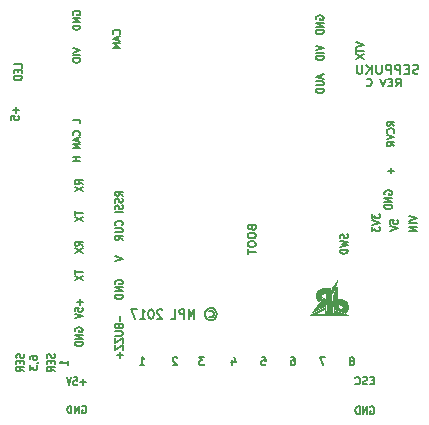
<source format=gbo>
G04 #@! TF.FileFunction,Legend,Bot*
%FSLAX46Y46*%
G04 Gerber Fmt 4.6, Leading zero omitted, Abs format (unit mm)*
G04 Created by KiCad (PCBNEW 4.0.4+dfsg1-stable) date Tue Jan  3 20:31:21 2017*
%MOMM*%
%LPD*%
G01*
G04 APERTURE LIST*
%ADD10C,0.100000*%
%ADD11C,0.150000*%
%ADD12C,0.175000*%
%ADD13C,0.010000*%
G04 APERTURE END LIST*
D10*
D11*
X66113095Y-56735715D02*
X66144048Y-56821429D01*
X66144048Y-56964286D01*
X66113095Y-57021429D01*
X66082143Y-57050000D01*
X66020238Y-57078572D01*
X65958333Y-57078572D01*
X65896429Y-57050000D01*
X65865476Y-57021429D01*
X65834524Y-56964286D01*
X65803571Y-56850000D01*
X65772619Y-56792858D01*
X65741667Y-56764286D01*
X65679762Y-56735715D01*
X65617857Y-56735715D01*
X65555952Y-56764286D01*
X65525000Y-56792858D01*
X65494048Y-56850000D01*
X65494048Y-56992858D01*
X65525000Y-57078572D01*
X65494048Y-57278572D02*
X66144048Y-57421429D01*
X65679762Y-57535715D01*
X66144048Y-57650001D01*
X65494048Y-57792858D01*
X66144048Y-58021429D02*
X65494048Y-58021429D01*
X65494048Y-58164286D01*
X65525000Y-58250001D01*
X65586905Y-58307143D01*
X65648810Y-58335715D01*
X65772619Y-58364286D01*
X65865476Y-58364286D01*
X65989286Y-58335715D01*
X66051190Y-58307143D01*
X66113095Y-58250001D01*
X66144048Y-58164286D01*
X66144048Y-58021429D01*
X58003571Y-56160001D02*
X58034524Y-56260001D01*
X58065476Y-56293334D01*
X58127381Y-56326668D01*
X58220238Y-56326668D01*
X58282143Y-56293334D01*
X58313095Y-56260001D01*
X58344048Y-56193334D01*
X58344048Y-55926668D01*
X57694048Y-55926668D01*
X57694048Y-56160001D01*
X57725000Y-56226668D01*
X57755952Y-56260001D01*
X57817857Y-56293334D01*
X57879762Y-56293334D01*
X57941667Y-56260001D01*
X57972619Y-56226668D01*
X58003571Y-56160001D01*
X58003571Y-55926668D01*
X57694048Y-56760001D02*
X57694048Y-56893334D01*
X57725000Y-56960001D01*
X57786905Y-57026668D01*
X57910714Y-57060001D01*
X58127381Y-57060001D01*
X58251190Y-57026668D01*
X58313095Y-56960001D01*
X58344048Y-56893334D01*
X58344048Y-56760001D01*
X58313095Y-56693334D01*
X58251190Y-56626668D01*
X58127381Y-56593334D01*
X57910714Y-56593334D01*
X57786905Y-56626668D01*
X57725000Y-56693334D01*
X57694048Y-56760001D01*
X57694048Y-57493334D02*
X57694048Y-57626667D01*
X57725000Y-57693334D01*
X57786905Y-57760001D01*
X57910714Y-57793334D01*
X58127381Y-57793334D01*
X58251190Y-57760001D01*
X58313095Y-57693334D01*
X58344048Y-57626667D01*
X58344048Y-57493334D01*
X58313095Y-57426667D01*
X58251190Y-57360001D01*
X58127381Y-57326667D01*
X57910714Y-57326667D01*
X57786905Y-57360001D01*
X57725000Y-57426667D01*
X57694048Y-57493334D01*
X57694048Y-57993334D02*
X57694048Y-58393334D01*
X58344048Y-58193334D02*
X57694048Y-58193334D01*
X70216666Y-44194048D02*
X70450000Y-43884524D01*
X70616666Y-44194048D02*
X70616666Y-43544048D01*
X70350000Y-43544048D01*
X70283333Y-43575000D01*
X70250000Y-43605952D01*
X70216666Y-43667857D01*
X70216666Y-43760714D01*
X70250000Y-43822619D01*
X70283333Y-43853571D01*
X70350000Y-43884524D01*
X70616666Y-43884524D01*
X69916666Y-43853571D02*
X69683333Y-43853571D01*
X69583333Y-44194048D02*
X69916666Y-44194048D01*
X69916666Y-43544048D01*
X69583333Y-43544048D01*
X69383333Y-43544048D02*
X69150000Y-44194048D01*
X68916667Y-43544048D01*
X67750000Y-44132143D02*
X67783334Y-44163095D01*
X67883334Y-44194048D01*
X67950000Y-44194048D01*
X68050000Y-44163095D01*
X68116667Y-44101190D01*
X68150000Y-44039286D01*
X68183334Y-43915476D01*
X68183334Y-43822619D01*
X68150000Y-43698810D01*
X68116667Y-43636905D01*
X68050000Y-43575000D01*
X67950000Y-43544048D01*
X67883334Y-43544048D01*
X67783334Y-43575000D01*
X67750000Y-43605952D01*
D12*
X72128571Y-43103571D02*
X72014285Y-43139286D01*
X71823809Y-43139286D01*
X71747619Y-43103571D01*
X71709523Y-43067857D01*
X71671428Y-42996429D01*
X71671428Y-42925000D01*
X71709523Y-42853571D01*
X71747619Y-42817857D01*
X71823809Y-42782143D01*
X71976190Y-42746429D01*
X72052381Y-42710714D01*
X72090476Y-42675000D01*
X72128571Y-42603571D01*
X72128571Y-42532143D01*
X72090476Y-42460714D01*
X72052381Y-42425000D01*
X71976190Y-42389286D01*
X71785714Y-42389286D01*
X71671428Y-42425000D01*
X71328571Y-42746429D02*
X71061904Y-42746429D01*
X70947618Y-43139286D02*
X71328571Y-43139286D01*
X71328571Y-42389286D01*
X70947618Y-42389286D01*
X70604761Y-43139286D02*
X70604761Y-42389286D01*
X70299999Y-42389286D01*
X70223808Y-42425000D01*
X70185713Y-42460714D01*
X70147618Y-42532143D01*
X70147618Y-42639286D01*
X70185713Y-42710714D01*
X70223808Y-42746429D01*
X70299999Y-42782143D01*
X70604761Y-42782143D01*
X69804761Y-43139286D02*
X69804761Y-42389286D01*
X69499999Y-42389286D01*
X69423808Y-42425000D01*
X69385713Y-42460714D01*
X69347618Y-42532143D01*
X69347618Y-42639286D01*
X69385713Y-42710714D01*
X69423808Y-42746429D01*
X69499999Y-42782143D01*
X69804761Y-42782143D01*
X69004761Y-42389286D02*
X69004761Y-42996429D01*
X68966666Y-43067857D01*
X68928570Y-43103571D01*
X68852380Y-43139286D01*
X68699999Y-43139286D01*
X68623808Y-43103571D01*
X68585713Y-43067857D01*
X68547618Y-42996429D01*
X68547618Y-42389286D01*
X68166666Y-43139286D02*
X68166666Y-42389286D01*
X67709523Y-43139286D02*
X68052380Y-42710714D01*
X67709523Y-42389286D02*
X68166666Y-42817857D01*
X67366666Y-42389286D02*
X67366666Y-42996429D01*
X67328571Y-43067857D01*
X67290475Y-43103571D01*
X67214285Y-43139286D01*
X67061904Y-43139286D01*
X66985713Y-43103571D01*
X66947618Y-43067857D01*
X66909523Y-42996429D01*
X66909523Y-42389286D01*
D11*
X54414287Y-63252381D02*
X54485715Y-63214286D01*
X54628572Y-63214286D01*
X54700001Y-63252381D01*
X54771430Y-63328571D01*
X54807144Y-63404762D01*
X54807144Y-63557143D01*
X54771430Y-63633333D01*
X54700001Y-63709524D01*
X54628572Y-63747619D01*
X54485715Y-63747619D01*
X54414287Y-63709524D01*
X54557144Y-62947619D02*
X54735715Y-62985714D01*
X54914287Y-63100000D01*
X55021430Y-63290476D01*
X55057144Y-63480952D01*
X55021430Y-63671429D01*
X54914287Y-63861905D01*
X54735715Y-63976190D01*
X54557144Y-64014286D01*
X54378572Y-63976190D01*
X54200001Y-63861905D01*
X54092858Y-63671429D01*
X54057144Y-63480952D01*
X54092858Y-63290476D01*
X54200001Y-63100000D01*
X54378572Y-62985714D01*
X54557144Y-62947619D01*
X53164287Y-63861905D02*
X53164287Y-63061905D01*
X52914287Y-63633333D01*
X52664287Y-63061905D01*
X52664287Y-63861905D01*
X52307144Y-63861905D02*
X52307144Y-63061905D01*
X52021429Y-63061905D01*
X51950001Y-63100000D01*
X51914286Y-63138095D01*
X51878572Y-63214286D01*
X51878572Y-63328571D01*
X51914286Y-63404762D01*
X51950001Y-63442857D01*
X52021429Y-63480952D01*
X52307144Y-63480952D01*
X51200001Y-63861905D02*
X51557144Y-63861905D01*
X51557144Y-63061905D01*
X50414286Y-63138095D02*
X50378572Y-63100000D01*
X50307143Y-63061905D01*
X50128572Y-63061905D01*
X50057143Y-63100000D01*
X50021429Y-63138095D01*
X49985714Y-63214286D01*
X49985714Y-63290476D01*
X50021429Y-63404762D01*
X50450000Y-63861905D01*
X49985714Y-63861905D01*
X49521428Y-63061905D02*
X49450000Y-63061905D01*
X49378571Y-63100000D01*
X49342857Y-63138095D01*
X49307143Y-63214286D01*
X49271428Y-63366667D01*
X49271428Y-63557143D01*
X49307143Y-63709524D01*
X49342857Y-63785714D01*
X49378571Y-63823810D01*
X49450000Y-63861905D01*
X49521428Y-63861905D01*
X49592857Y-63823810D01*
X49628571Y-63785714D01*
X49664286Y-63709524D01*
X49700000Y-63557143D01*
X49700000Y-63366667D01*
X49664286Y-63214286D01*
X49628571Y-63138095D01*
X49592857Y-63100000D01*
X49521428Y-63061905D01*
X48557142Y-63861905D02*
X48985714Y-63861905D01*
X48771428Y-63861905D02*
X48771428Y-63061905D01*
X48842857Y-63176190D01*
X48914285Y-63252381D01*
X48985714Y-63290476D01*
X48307142Y-63061905D02*
X47807142Y-63061905D01*
X48128571Y-63861905D01*
X69826429Y-51101429D02*
X69826429Y-51558572D01*
X70074048Y-51330001D02*
X69578810Y-51330001D01*
X71344048Y-55192858D02*
X71994048Y-55392858D01*
X71344048Y-55592858D01*
X71994048Y-55792858D02*
X71344048Y-55792858D01*
X71994048Y-56078572D02*
X71344048Y-56078572D01*
X71994048Y-56421429D01*
X71344048Y-56421429D01*
X69744048Y-55835714D02*
X69744048Y-55550000D01*
X70053571Y-55521429D01*
X70022619Y-55550000D01*
X69991667Y-55607143D01*
X69991667Y-55750000D01*
X70022619Y-55807143D01*
X70053571Y-55835714D01*
X70115476Y-55864286D01*
X70270238Y-55864286D01*
X70332143Y-55835714D01*
X70363095Y-55807143D01*
X70394048Y-55750000D01*
X70394048Y-55607143D01*
X70363095Y-55550000D01*
X70332143Y-55521429D01*
X69744048Y-56035715D02*
X70394048Y-56235715D01*
X69744048Y-56435715D01*
X68194048Y-55007142D02*
X68194048Y-55378571D01*
X68441667Y-55178571D01*
X68441667Y-55264285D01*
X68472619Y-55321428D01*
X68503571Y-55349999D01*
X68565476Y-55378571D01*
X68720238Y-55378571D01*
X68782143Y-55349999D01*
X68813095Y-55321428D01*
X68844048Y-55264285D01*
X68844048Y-55092857D01*
X68813095Y-55035714D01*
X68782143Y-55007142D01*
X68194048Y-55550000D02*
X68844048Y-55750000D01*
X68194048Y-55950000D01*
X68194048Y-56092857D02*
X68194048Y-56464286D01*
X68441667Y-56264286D01*
X68441667Y-56350000D01*
X68472619Y-56407143D01*
X68503571Y-56435714D01*
X68565476Y-56464286D01*
X68720238Y-56464286D01*
X68782143Y-56435714D01*
X68813095Y-56407143D01*
X68844048Y-56350000D01*
X68844048Y-56178572D01*
X68813095Y-56121429D01*
X68782143Y-56092857D01*
X47094048Y-53471428D02*
X46784524Y-53271428D01*
X47094048Y-53128571D02*
X46444048Y-53128571D01*
X46444048Y-53357143D01*
X46475000Y-53414285D01*
X46505952Y-53442857D01*
X46567857Y-53471428D01*
X46660714Y-53471428D01*
X46722619Y-53442857D01*
X46753571Y-53414285D01*
X46784524Y-53357143D01*
X46784524Y-53128571D01*
X47063095Y-53700000D02*
X47094048Y-53785714D01*
X47094048Y-53928571D01*
X47063095Y-53985714D01*
X47032143Y-54014285D01*
X46970238Y-54042857D01*
X46908333Y-54042857D01*
X46846429Y-54014285D01*
X46815476Y-53985714D01*
X46784524Y-53928571D01*
X46753571Y-53814285D01*
X46722619Y-53757143D01*
X46691667Y-53728571D01*
X46629762Y-53700000D01*
X46567857Y-53700000D01*
X46505952Y-53728571D01*
X46475000Y-53757143D01*
X46444048Y-53814285D01*
X46444048Y-53957143D01*
X46475000Y-54042857D01*
X47063095Y-54271429D02*
X47094048Y-54357143D01*
X47094048Y-54500000D01*
X47063095Y-54557143D01*
X47032143Y-54585714D01*
X46970238Y-54614286D01*
X46908333Y-54614286D01*
X46846429Y-54585714D01*
X46815476Y-54557143D01*
X46784524Y-54500000D01*
X46753571Y-54385714D01*
X46722619Y-54328572D01*
X46691667Y-54300000D01*
X46629762Y-54271429D01*
X46567857Y-54271429D01*
X46505952Y-54300000D01*
X46475000Y-54328572D01*
X46444048Y-54385714D01*
X46444048Y-54528572D01*
X46475000Y-54614286D01*
X47094048Y-54871429D02*
X46444048Y-54871429D01*
X47032143Y-55971429D02*
X47063095Y-55942858D01*
X47094048Y-55857144D01*
X47094048Y-55800001D01*
X47063095Y-55714286D01*
X47001190Y-55657144D01*
X46939286Y-55628572D01*
X46815476Y-55600001D01*
X46722619Y-55600001D01*
X46598810Y-55628572D01*
X46536905Y-55657144D01*
X46475000Y-55714286D01*
X46444048Y-55800001D01*
X46444048Y-55857144D01*
X46475000Y-55942858D01*
X46505952Y-55971429D01*
X46444048Y-56228572D02*
X46970238Y-56228572D01*
X47032143Y-56257144D01*
X47063095Y-56285715D01*
X47094048Y-56342858D01*
X47094048Y-56457144D01*
X47063095Y-56514286D01*
X47032143Y-56542858D01*
X46970238Y-56571429D01*
X46444048Y-56571429D01*
X47094048Y-57200000D02*
X46784524Y-57000000D01*
X47094048Y-56857143D02*
X46444048Y-56857143D01*
X46444048Y-57085715D01*
X46475000Y-57142857D01*
X46505952Y-57171429D01*
X46567857Y-57200000D01*
X46660714Y-57200000D01*
X46722619Y-57171429D01*
X46753571Y-57142857D01*
X46784524Y-57085715D01*
X46784524Y-56857143D01*
X46444048Y-58600000D02*
X47094048Y-58800000D01*
X46444048Y-59000000D01*
X46475000Y-60942858D02*
X46444048Y-60885715D01*
X46444048Y-60800001D01*
X46475000Y-60714286D01*
X46536905Y-60657144D01*
X46598810Y-60628572D01*
X46722619Y-60600001D01*
X46815476Y-60600001D01*
X46939286Y-60628572D01*
X47001190Y-60657144D01*
X47063095Y-60714286D01*
X47094048Y-60800001D01*
X47094048Y-60857144D01*
X47063095Y-60942858D01*
X47032143Y-60971429D01*
X46815476Y-60971429D01*
X46815476Y-60857144D01*
X47094048Y-61228572D02*
X46444048Y-61228572D01*
X47094048Y-61571429D01*
X46444048Y-61571429D01*
X47094048Y-61857143D02*
X46444048Y-61857143D01*
X46444048Y-62000000D01*
X46475000Y-62085715D01*
X46536905Y-62142857D01*
X46598810Y-62171429D01*
X46722619Y-62200000D01*
X46815476Y-62200000D01*
X46939286Y-62171429D01*
X47001190Y-62142857D01*
X47063095Y-62085715D01*
X47094048Y-62000000D01*
X47094048Y-61857143D01*
X46846429Y-63614286D02*
X46846429Y-64071429D01*
X46753571Y-64557143D02*
X46784524Y-64642857D01*
X46815476Y-64671429D01*
X46877381Y-64700000D01*
X46970238Y-64700000D01*
X47032143Y-64671429D01*
X47063095Y-64642857D01*
X47094048Y-64585715D01*
X47094048Y-64357143D01*
X46444048Y-64357143D01*
X46444048Y-64557143D01*
X46475000Y-64614286D01*
X46505952Y-64642857D01*
X46567857Y-64671429D01*
X46629762Y-64671429D01*
X46691667Y-64642857D01*
X46722619Y-64614286D01*
X46753571Y-64557143D01*
X46753571Y-64357143D01*
X46444048Y-64957143D02*
X46970238Y-64957143D01*
X47032143Y-64985715D01*
X47063095Y-65014286D01*
X47094048Y-65071429D01*
X47094048Y-65185715D01*
X47063095Y-65242857D01*
X47032143Y-65271429D01*
X46970238Y-65300000D01*
X46444048Y-65300000D01*
X46444048Y-65528571D02*
X46444048Y-65928571D01*
X47094048Y-65528571D01*
X47094048Y-65928571D01*
X46444048Y-66100000D02*
X46444048Y-66500000D01*
X47094048Y-66100000D01*
X47094048Y-66500000D01*
X46846429Y-66728572D02*
X46846429Y-67185715D01*
X47094048Y-66957144D02*
X46598810Y-66957144D01*
X42844048Y-40957143D02*
X43494048Y-41157143D01*
X42844048Y-41357143D01*
X43494048Y-41557143D02*
X42844048Y-41557143D01*
X43494048Y-41842857D02*
X42844048Y-41842857D01*
X42844048Y-41985714D01*
X42875000Y-42071429D01*
X42936905Y-42128571D01*
X42998810Y-42157143D01*
X43122619Y-42185714D01*
X43215476Y-42185714D01*
X43339286Y-42157143D01*
X43401190Y-42128571D01*
X43463095Y-42071429D01*
X43494048Y-41985714D01*
X43494048Y-41842857D01*
X42875000Y-38142858D02*
X42844048Y-38085715D01*
X42844048Y-38000001D01*
X42875000Y-37914286D01*
X42936905Y-37857144D01*
X42998810Y-37828572D01*
X43122619Y-37800001D01*
X43215476Y-37800001D01*
X43339286Y-37828572D01*
X43401190Y-37857144D01*
X43463095Y-37914286D01*
X43494048Y-38000001D01*
X43494048Y-38057144D01*
X43463095Y-38142858D01*
X43432143Y-38171429D01*
X43215476Y-38171429D01*
X43215476Y-38057144D01*
X43494048Y-38428572D02*
X42844048Y-38428572D01*
X43494048Y-38771429D01*
X42844048Y-38771429D01*
X43494048Y-39057143D02*
X42844048Y-39057143D01*
X42844048Y-39200000D01*
X42875000Y-39285715D01*
X42936905Y-39342857D01*
X42998810Y-39371429D01*
X43122619Y-39400000D01*
X43215476Y-39400000D01*
X43339286Y-39371429D01*
X43401190Y-39342857D01*
X43463095Y-39285715D01*
X43494048Y-39200000D01*
X43494048Y-39057143D01*
X46832143Y-39785714D02*
X46863095Y-39757143D01*
X46894048Y-39671429D01*
X46894048Y-39614286D01*
X46863095Y-39528571D01*
X46801190Y-39471429D01*
X46739286Y-39442857D01*
X46615476Y-39414286D01*
X46522619Y-39414286D01*
X46398810Y-39442857D01*
X46336905Y-39471429D01*
X46275000Y-39528571D01*
X46244048Y-39614286D01*
X46244048Y-39671429D01*
X46275000Y-39757143D01*
X46305952Y-39785714D01*
X46708333Y-40014286D02*
X46708333Y-40300000D01*
X46894048Y-39957143D02*
X46244048Y-40157143D01*
X46894048Y-40357143D01*
X46894048Y-40557143D02*
X46244048Y-40557143D01*
X46708333Y-40757143D01*
X46244048Y-40957143D01*
X46894048Y-40957143D01*
X63908333Y-43242858D02*
X63908333Y-43528572D01*
X64094048Y-43185715D02*
X63444048Y-43385715D01*
X64094048Y-43585715D01*
X63444048Y-43785715D02*
X63970238Y-43785715D01*
X64032143Y-43814287D01*
X64063095Y-43842858D01*
X64094048Y-43900001D01*
X64094048Y-44014287D01*
X64063095Y-44071429D01*
X64032143Y-44100001D01*
X63970238Y-44128572D01*
X63444048Y-44128572D01*
X64094048Y-44414286D02*
X63444048Y-44414286D01*
X63444048Y-44557143D01*
X63475000Y-44642858D01*
X63536905Y-44700000D01*
X63598810Y-44728572D01*
X63722619Y-44757143D01*
X63815476Y-44757143D01*
X63939286Y-44728572D01*
X64001190Y-44700000D01*
X64063095Y-44642858D01*
X64094048Y-44557143D01*
X64094048Y-44414286D01*
X63444048Y-40757143D02*
X64094048Y-40957143D01*
X63444048Y-41157143D01*
X64094048Y-41357143D02*
X63444048Y-41357143D01*
X64094048Y-41642857D02*
X63444048Y-41642857D01*
X63444048Y-41785714D01*
X63475000Y-41871429D01*
X63536905Y-41928571D01*
X63598810Y-41957143D01*
X63722619Y-41985714D01*
X63815476Y-41985714D01*
X63939286Y-41957143D01*
X64001190Y-41928571D01*
X64063095Y-41871429D01*
X64094048Y-41785714D01*
X64094048Y-41642857D01*
X63475000Y-38542858D02*
X63444048Y-38485715D01*
X63444048Y-38400001D01*
X63475000Y-38314286D01*
X63536905Y-38257144D01*
X63598810Y-38228572D01*
X63722619Y-38200001D01*
X63815476Y-38200001D01*
X63939286Y-38228572D01*
X64001190Y-38257144D01*
X64063095Y-38314286D01*
X64094048Y-38400001D01*
X64094048Y-38457144D01*
X64063095Y-38542858D01*
X64032143Y-38571429D01*
X63815476Y-38571429D01*
X63815476Y-38457144D01*
X64094048Y-38828572D02*
X63444048Y-38828572D01*
X64094048Y-39171429D01*
X63444048Y-39171429D01*
X64094048Y-39457143D02*
X63444048Y-39457143D01*
X63444048Y-39600000D01*
X63475000Y-39685715D01*
X63536905Y-39742857D01*
X63598810Y-39771429D01*
X63722619Y-39800000D01*
X63815476Y-39800000D01*
X63939286Y-39771429D01*
X64001190Y-39742857D01*
X64063095Y-39685715D01*
X64094048Y-39600000D01*
X64094048Y-39457143D01*
X66844048Y-40485714D02*
X67494048Y-40685714D01*
X66844048Y-40885714D01*
X66844048Y-41000000D02*
X66844048Y-41342857D01*
X67494048Y-41171428D02*
X66844048Y-41171428D01*
X66844048Y-41485714D02*
X67494048Y-41885714D01*
X66844048Y-41885714D02*
X67494048Y-41485714D01*
X70094048Y-47528571D02*
X69784524Y-47328571D01*
X70094048Y-47185714D02*
X69444048Y-47185714D01*
X69444048Y-47414286D01*
X69475000Y-47471428D01*
X69505952Y-47500000D01*
X69567857Y-47528571D01*
X69660714Y-47528571D01*
X69722619Y-47500000D01*
X69753571Y-47471428D01*
X69784524Y-47414286D01*
X69784524Y-47185714D01*
X70032143Y-48128571D02*
X70063095Y-48100000D01*
X70094048Y-48014286D01*
X70094048Y-47957143D01*
X70063095Y-47871428D01*
X70001190Y-47814286D01*
X69939286Y-47785714D01*
X69815476Y-47757143D01*
X69722619Y-47757143D01*
X69598810Y-47785714D01*
X69536905Y-47814286D01*
X69475000Y-47871428D01*
X69444048Y-47957143D01*
X69444048Y-48014286D01*
X69475000Y-48100000D01*
X69505952Y-48128571D01*
X69444048Y-48300000D02*
X70094048Y-48500000D01*
X69444048Y-48700000D01*
X70094048Y-49242857D02*
X69784524Y-49042857D01*
X70094048Y-48900000D02*
X69444048Y-48900000D01*
X69444048Y-49128572D01*
X69475000Y-49185714D01*
X69505952Y-49214286D01*
X69567857Y-49242857D01*
X69660714Y-49242857D01*
X69722619Y-49214286D01*
X69753571Y-49185714D01*
X69784524Y-49128572D01*
X69784524Y-48900000D01*
X69275000Y-53342858D02*
X69244048Y-53285715D01*
X69244048Y-53200001D01*
X69275000Y-53114286D01*
X69336905Y-53057144D01*
X69398810Y-53028572D01*
X69522619Y-53000001D01*
X69615476Y-53000001D01*
X69739286Y-53028572D01*
X69801190Y-53057144D01*
X69863095Y-53114286D01*
X69894048Y-53200001D01*
X69894048Y-53257144D01*
X69863095Y-53342858D01*
X69832143Y-53371429D01*
X69615476Y-53371429D01*
X69615476Y-53257144D01*
X69894048Y-53628572D02*
X69244048Y-53628572D01*
X69894048Y-53971429D01*
X69244048Y-53971429D01*
X69894048Y-54257143D02*
X69244048Y-54257143D01*
X69244048Y-54400000D01*
X69275000Y-54485715D01*
X69336905Y-54542857D01*
X69398810Y-54571429D01*
X69522619Y-54600000D01*
X69615476Y-54600000D01*
X69739286Y-54571429D01*
X69801190Y-54542857D01*
X69863095Y-54485715D01*
X69894048Y-54400000D01*
X69894048Y-54257143D01*
X38544048Y-42614286D02*
X38544048Y-42328572D01*
X37894048Y-42328572D01*
X38203571Y-42814286D02*
X38203571Y-43014286D01*
X38544048Y-43100000D02*
X38544048Y-42814286D01*
X37894048Y-42814286D01*
X37894048Y-43100000D01*
X38544048Y-43357143D02*
X37894048Y-43357143D01*
X37894048Y-43500000D01*
X37925000Y-43585715D01*
X37986905Y-43642857D01*
X38048810Y-43671429D01*
X38172619Y-43700000D01*
X38265476Y-43700000D01*
X38389286Y-43671429D01*
X38451190Y-43642857D01*
X38513095Y-43585715D01*
X38544048Y-43500000D01*
X38544048Y-43357143D01*
X38046429Y-45985714D02*
X38046429Y-46442857D01*
X38294048Y-46214286D02*
X37798810Y-46214286D01*
X37644048Y-47014285D02*
X37644048Y-46728571D01*
X37953571Y-46700000D01*
X37922619Y-46728571D01*
X37891667Y-46785714D01*
X37891667Y-46928571D01*
X37922619Y-46985714D01*
X37953571Y-47014285D01*
X38015476Y-47042857D01*
X38170238Y-47042857D01*
X38232143Y-47014285D01*
X38263095Y-46985714D01*
X38294048Y-46928571D01*
X38294048Y-46785714D01*
X38263095Y-46728571D01*
X38232143Y-46700000D01*
X43494048Y-47342857D02*
X43494048Y-47057143D01*
X42844048Y-47057143D01*
X43432143Y-48342857D02*
X43463095Y-48314286D01*
X43494048Y-48228572D01*
X43494048Y-48171429D01*
X43463095Y-48085714D01*
X43401190Y-48028572D01*
X43339286Y-48000000D01*
X43215476Y-47971429D01*
X43122619Y-47971429D01*
X42998810Y-48000000D01*
X42936905Y-48028572D01*
X42875000Y-48085714D01*
X42844048Y-48171429D01*
X42844048Y-48228572D01*
X42875000Y-48314286D01*
X42905952Y-48342857D01*
X43308333Y-48571429D02*
X43308333Y-48857143D01*
X43494048Y-48514286D02*
X42844048Y-48714286D01*
X43494048Y-48914286D01*
X43494048Y-49114286D02*
X42844048Y-49114286D01*
X43494048Y-49457143D01*
X42844048Y-49457143D01*
X43494048Y-50200000D02*
X42844048Y-50200000D01*
X43153571Y-50200000D02*
X43153571Y-50542857D01*
X43494048Y-50542857D02*
X42844048Y-50542857D01*
X43694048Y-52500000D02*
X43384524Y-52300000D01*
X43694048Y-52157143D02*
X43044048Y-52157143D01*
X43044048Y-52385715D01*
X43075000Y-52442857D01*
X43105952Y-52471429D01*
X43167857Y-52500000D01*
X43260714Y-52500000D01*
X43322619Y-52471429D01*
X43353571Y-52442857D01*
X43384524Y-52385715D01*
X43384524Y-52157143D01*
X43044048Y-52700000D02*
X43694048Y-53100000D01*
X43044048Y-53100000D02*
X43694048Y-52700000D01*
X43044048Y-54742857D02*
X43044048Y-55085714D01*
X43694048Y-54914285D02*
X43044048Y-54914285D01*
X43044048Y-55228571D02*
X43694048Y-55628571D01*
X43044048Y-55628571D02*
X43694048Y-55228571D01*
X43694048Y-57700000D02*
X43384524Y-57500000D01*
X43694048Y-57357143D02*
X43044048Y-57357143D01*
X43044048Y-57585715D01*
X43075000Y-57642857D01*
X43105952Y-57671429D01*
X43167857Y-57700000D01*
X43260714Y-57700000D01*
X43322619Y-57671429D01*
X43353571Y-57642857D01*
X43384524Y-57585715D01*
X43384524Y-57357143D01*
X43044048Y-57900000D02*
X43694048Y-58300000D01*
X43044048Y-58300000D02*
X43694048Y-57900000D01*
X43044048Y-59742857D02*
X43044048Y-60085714D01*
X43694048Y-59914285D02*
X43044048Y-59914285D01*
X43044048Y-60228571D02*
X43694048Y-60628571D01*
X43044048Y-60628571D02*
X43694048Y-60228571D01*
X43446429Y-62228571D02*
X43446429Y-62685714D01*
X43694048Y-62457143D02*
X43198810Y-62457143D01*
X43044048Y-63257142D02*
X43044048Y-62971428D01*
X43353571Y-62942857D01*
X43322619Y-62971428D01*
X43291667Y-63028571D01*
X43291667Y-63171428D01*
X43322619Y-63228571D01*
X43353571Y-63257142D01*
X43415476Y-63285714D01*
X43570238Y-63285714D01*
X43632143Y-63257142D01*
X43663095Y-63228571D01*
X43694048Y-63171428D01*
X43694048Y-63028571D01*
X43663095Y-62971428D01*
X43632143Y-62942857D01*
X43044048Y-63457143D02*
X43694048Y-63657143D01*
X43044048Y-63857143D01*
X43075000Y-64942858D02*
X43044048Y-64885715D01*
X43044048Y-64800001D01*
X43075000Y-64714286D01*
X43136905Y-64657144D01*
X43198810Y-64628572D01*
X43322619Y-64600001D01*
X43415476Y-64600001D01*
X43539286Y-64628572D01*
X43601190Y-64657144D01*
X43663095Y-64714286D01*
X43694048Y-64800001D01*
X43694048Y-64857144D01*
X43663095Y-64942858D01*
X43632143Y-64971429D01*
X43415476Y-64971429D01*
X43415476Y-64857144D01*
X43694048Y-65228572D02*
X43044048Y-65228572D01*
X43694048Y-65571429D01*
X43044048Y-65571429D01*
X43694048Y-65857143D02*
X43044048Y-65857143D01*
X43044048Y-66000000D01*
X43075000Y-66085715D01*
X43136905Y-66142857D01*
X43198810Y-66171429D01*
X43322619Y-66200000D01*
X43415476Y-66200000D01*
X43539286Y-66171429D01*
X43601190Y-66142857D01*
X43663095Y-66085715D01*
X43694048Y-66000000D01*
X43694048Y-65857143D01*
X38700595Y-66857143D02*
X38731548Y-66942857D01*
X38731548Y-67085714D01*
X38700595Y-67142857D01*
X38669643Y-67171428D01*
X38607738Y-67200000D01*
X38545833Y-67200000D01*
X38483929Y-67171428D01*
X38452976Y-67142857D01*
X38422024Y-67085714D01*
X38391071Y-66971428D01*
X38360119Y-66914286D01*
X38329167Y-66885714D01*
X38267262Y-66857143D01*
X38205357Y-66857143D01*
X38143452Y-66885714D01*
X38112500Y-66914286D01*
X38081548Y-66971428D01*
X38081548Y-67114286D01*
X38112500Y-67200000D01*
X38391071Y-67457143D02*
X38391071Y-67657143D01*
X38731548Y-67742857D02*
X38731548Y-67457143D01*
X38081548Y-67457143D01*
X38081548Y-67742857D01*
X38731548Y-68342857D02*
X38422024Y-68142857D01*
X38731548Y-68000000D02*
X38081548Y-68000000D01*
X38081548Y-68228572D01*
X38112500Y-68285714D01*
X38143452Y-68314286D01*
X38205357Y-68342857D01*
X38298214Y-68342857D01*
X38360119Y-68314286D01*
X38391071Y-68285714D01*
X38422024Y-68228572D01*
X38422024Y-68000000D01*
X39206548Y-67285714D02*
X39206548Y-67171428D01*
X39237500Y-67114285D01*
X39268452Y-67085714D01*
X39361310Y-67028571D01*
X39485119Y-67000000D01*
X39732738Y-67000000D01*
X39794643Y-67028571D01*
X39825595Y-67057143D01*
X39856548Y-67114285D01*
X39856548Y-67228571D01*
X39825595Y-67285714D01*
X39794643Y-67314285D01*
X39732738Y-67342857D01*
X39577976Y-67342857D01*
X39516071Y-67314285D01*
X39485119Y-67285714D01*
X39454167Y-67228571D01*
X39454167Y-67114285D01*
X39485119Y-67057143D01*
X39516071Y-67028571D01*
X39577976Y-67000000D01*
X39825595Y-67628572D02*
X39856548Y-67628572D01*
X39918452Y-67600000D01*
X39949405Y-67571429D01*
X39206548Y-67828571D02*
X39206548Y-68200000D01*
X39454167Y-68000000D01*
X39454167Y-68085714D01*
X39485119Y-68142857D01*
X39516071Y-68171428D01*
X39577976Y-68200000D01*
X39732738Y-68200000D01*
X39794643Y-68171428D01*
X39825595Y-68142857D01*
X39856548Y-68085714D01*
X39856548Y-67914286D01*
X39825595Y-67857143D01*
X39794643Y-67828571D01*
X41300595Y-66857143D02*
X41331548Y-66942857D01*
X41331548Y-67085714D01*
X41300595Y-67142857D01*
X41269643Y-67171428D01*
X41207738Y-67200000D01*
X41145833Y-67200000D01*
X41083929Y-67171428D01*
X41052976Y-67142857D01*
X41022024Y-67085714D01*
X40991071Y-66971428D01*
X40960119Y-66914286D01*
X40929167Y-66885714D01*
X40867262Y-66857143D01*
X40805357Y-66857143D01*
X40743452Y-66885714D01*
X40712500Y-66914286D01*
X40681548Y-66971428D01*
X40681548Y-67114286D01*
X40712500Y-67200000D01*
X40991071Y-67457143D02*
X40991071Y-67657143D01*
X41331548Y-67742857D02*
X41331548Y-67457143D01*
X40681548Y-67457143D01*
X40681548Y-67742857D01*
X41331548Y-68342857D02*
X41022024Y-68142857D01*
X41331548Y-68000000D02*
X40681548Y-68000000D01*
X40681548Y-68228572D01*
X40712500Y-68285714D01*
X40743452Y-68314286D01*
X40805357Y-68342857D01*
X40898214Y-68342857D01*
X40960119Y-68314286D01*
X40991071Y-68285714D01*
X41022024Y-68228572D01*
X41022024Y-68000000D01*
X42456548Y-67771429D02*
X42456548Y-67428572D01*
X42456548Y-67600000D02*
X41806548Y-67600000D01*
X41899405Y-67542857D01*
X41961310Y-67485715D01*
X41992262Y-67428572D01*
X43971429Y-69246429D02*
X43514286Y-69246429D01*
X43742857Y-69494048D02*
X43742857Y-68998810D01*
X42942858Y-68844048D02*
X43228572Y-68844048D01*
X43257143Y-69153571D01*
X43228572Y-69122619D01*
X43171429Y-69091667D01*
X43028572Y-69091667D01*
X42971429Y-69122619D01*
X42942858Y-69153571D01*
X42914286Y-69215476D01*
X42914286Y-69370238D01*
X42942858Y-69432143D01*
X42971429Y-69463095D01*
X43028572Y-69494048D01*
X43171429Y-69494048D01*
X43228572Y-69463095D01*
X43257143Y-69432143D01*
X42742857Y-68844048D02*
X42542857Y-69494048D01*
X42342857Y-68844048D01*
X43657142Y-71275000D02*
X43714285Y-71244048D01*
X43799999Y-71244048D01*
X43885714Y-71275000D01*
X43942856Y-71336905D01*
X43971428Y-71398810D01*
X43999999Y-71522619D01*
X43999999Y-71615476D01*
X43971428Y-71739286D01*
X43942856Y-71801190D01*
X43885714Y-71863095D01*
X43799999Y-71894048D01*
X43742856Y-71894048D01*
X43657142Y-71863095D01*
X43628571Y-71832143D01*
X43628571Y-71615476D01*
X43742856Y-71615476D01*
X43371428Y-71894048D02*
X43371428Y-71244048D01*
X43028571Y-71894048D01*
X43028571Y-71244048D01*
X42742857Y-71894048D02*
X42742857Y-71244048D01*
X42600000Y-71244048D01*
X42514285Y-71275000D01*
X42457143Y-71336905D01*
X42428571Y-71398810D01*
X42400000Y-71522619D01*
X42400000Y-71615476D01*
X42428571Y-71739286D01*
X42457143Y-71801190D01*
X42514285Y-71863095D01*
X42600000Y-71894048D01*
X42742857Y-71894048D01*
X68057142Y-71325000D02*
X68114285Y-71294048D01*
X68199999Y-71294048D01*
X68285714Y-71325000D01*
X68342856Y-71386905D01*
X68371428Y-71448810D01*
X68399999Y-71572619D01*
X68399999Y-71665476D01*
X68371428Y-71789286D01*
X68342856Y-71851190D01*
X68285714Y-71913095D01*
X68199999Y-71944048D01*
X68142856Y-71944048D01*
X68057142Y-71913095D01*
X68028571Y-71882143D01*
X68028571Y-71665476D01*
X68142856Y-71665476D01*
X67771428Y-71944048D02*
X67771428Y-71294048D01*
X67428571Y-71944048D01*
X67428571Y-71294048D01*
X67142857Y-71944048D02*
X67142857Y-71294048D01*
X67000000Y-71294048D01*
X66914285Y-71325000D01*
X66857143Y-71386905D01*
X66828571Y-71448810D01*
X66800000Y-71572619D01*
X66800000Y-71665476D01*
X66828571Y-71789286D01*
X66857143Y-71851190D01*
X66914285Y-71913095D01*
X67000000Y-71944048D01*
X67142857Y-71944048D01*
X68373809Y-69103571D02*
X68157142Y-69103571D01*
X68064285Y-69444048D02*
X68373809Y-69444048D01*
X68373809Y-68794048D01*
X68064285Y-68794048D01*
X67816666Y-69413095D02*
X67723809Y-69444048D01*
X67569047Y-69444048D01*
X67507143Y-69413095D01*
X67476190Y-69382143D01*
X67445238Y-69320238D01*
X67445238Y-69258333D01*
X67476190Y-69196429D01*
X67507143Y-69165476D01*
X67569047Y-69134524D01*
X67692857Y-69103571D01*
X67754762Y-69072619D01*
X67785714Y-69041667D01*
X67816666Y-68979762D01*
X67816666Y-68917857D01*
X67785714Y-68855952D01*
X67754762Y-68825000D01*
X67692857Y-68794048D01*
X67538095Y-68794048D01*
X67445238Y-68825000D01*
X66795238Y-69382143D02*
X66826190Y-69413095D01*
X66919047Y-69444048D01*
X66980952Y-69444048D01*
X67073809Y-69413095D01*
X67135714Y-69351190D01*
X67166666Y-69289286D01*
X67197618Y-69165476D01*
X67197618Y-69072619D01*
X67166666Y-68948810D01*
X67135714Y-68886905D01*
X67073809Y-68825000D01*
X66980952Y-68794048D01*
X66919047Y-68794048D01*
X66826190Y-68825000D01*
X66795238Y-68855952D01*
X66561905Y-67422619D02*
X66623810Y-67391667D01*
X66654762Y-67360714D01*
X66685714Y-67298810D01*
X66685714Y-67267857D01*
X66654762Y-67205952D01*
X66623810Y-67175000D01*
X66561905Y-67144048D01*
X66438095Y-67144048D01*
X66376191Y-67175000D01*
X66345238Y-67205952D01*
X66314286Y-67267857D01*
X66314286Y-67298810D01*
X66345238Y-67360714D01*
X66376191Y-67391667D01*
X66438095Y-67422619D01*
X66561905Y-67422619D01*
X66623810Y-67453571D01*
X66654762Y-67484524D01*
X66685714Y-67546429D01*
X66685714Y-67670238D01*
X66654762Y-67732143D01*
X66623810Y-67763095D01*
X66561905Y-67794048D01*
X66438095Y-67794048D01*
X66376191Y-67763095D01*
X66345238Y-67732143D01*
X66314286Y-67670238D01*
X66314286Y-67546429D01*
X66345238Y-67484524D01*
X66376191Y-67453571D01*
X66438095Y-67422619D01*
X64216667Y-67144048D02*
X63783334Y-67144048D01*
X64061905Y-67794048D01*
X61376191Y-67144048D02*
X61500000Y-67144048D01*
X61561905Y-67175000D01*
X61592857Y-67205952D01*
X61654762Y-67298810D01*
X61685714Y-67422619D01*
X61685714Y-67670238D01*
X61654762Y-67732143D01*
X61623810Y-67763095D01*
X61561905Y-67794048D01*
X61438095Y-67794048D01*
X61376191Y-67763095D01*
X61345238Y-67732143D01*
X61314286Y-67670238D01*
X61314286Y-67515476D01*
X61345238Y-67453571D01*
X61376191Y-67422619D01*
X61438095Y-67391667D01*
X61561905Y-67391667D01*
X61623810Y-67422619D01*
X61654762Y-67453571D01*
X61685714Y-67515476D01*
X58845238Y-67144048D02*
X59154762Y-67144048D01*
X59185714Y-67453571D01*
X59154762Y-67422619D01*
X59092857Y-67391667D01*
X58938095Y-67391667D01*
X58876191Y-67422619D01*
X58845238Y-67453571D01*
X58814286Y-67515476D01*
X58814286Y-67670238D01*
X58845238Y-67732143D01*
X58876191Y-67763095D01*
X58938095Y-67794048D01*
X59092857Y-67794048D01*
X59154762Y-67763095D01*
X59185714Y-67732143D01*
X56376191Y-67360714D02*
X56376191Y-67794048D01*
X56530953Y-67113095D02*
X56685714Y-67577381D01*
X56283334Y-67577381D01*
X53966667Y-67144048D02*
X53564286Y-67144048D01*
X53780953Y-67391667D01*
X53688095Y-67391667D01*
X53626191Y-67422619D01*
X53595238Y-67453571D01*
X53564286Y-67515476D01*
X53564286Y-67670238D01*
X53595238Y-67732143D01*
X53626191Y-67763095D01*
X53688095Y-67794048D01*
X53873810Y-67794048D01*
X53935714Y-67763095D01*
X53966667Y-67732143D01*
X51685714Y-67205952D02*
X51654762Y-67175000D01*
X51592857Y-67144048D01*
X51438095Y-67144048D01*
X51376191Y-67175000D01*
X51345238Y-67205952D01*
X51314286Y-67267857D01*
X51314286Y-67329762D01*
X51345238Y-67422619D01*
X51716667Y-67794048D01*
X51314286Y-67794048D01*
X48564286Y-67794048D02*
X48935714Y-67794048D01*
X48750000Y-67794048D02*
X48750000Y-67144048D01*
X48811905Y-67236905D01*
X48873810Y-67298810D01*
X48935714Y-67329762D01*
D13*
G36*
X64234638Y-62923927D02*
X64227438Y-62927406D01*
X64215802Y-62933113D01*
X64199981Y-62940921D01*
X64180225Y-62950705D01*
X64156784Y-62962341D01*
X64129908Y-62975704D01*
X64099846Y-62990667D01*
X64066849Y-63007106D01*
X64031167Y-63024897D01*
X63993050Y-63043913D01*
X63952747Y-63064030D01*
X63910509Y-63085122D01*
X63866585Y-63107065D01*
X63821226Y-63129733D01*
X63774682Y-63153001D01*
X63727201Y-63176745D01*
X63679036Y-63200838D01*
X63630434Y-63225156D01*
X63581648Y-63249574D01*
X63532925Y-63273967D01*
X63484517Y-63298209D01*
X63436673Y-63322176D01*
X63389643Y-63345741D01*
X63343677Y-63368781D01*
X63299026Y-63391170D01*
X63255939Y-63412783D01*
X63214665Y-63433495D01*
X63175456Y-63453180D01*
X63138561Y-63471714D01*
X63104230Y-63488971D01*
X63072713Y-63504827D01*
X63044260Y-63519156D01*
X63019120Y-63531833D01*
X62997545Y-63542733D01*
X62979783Y-63551730D01*
X62966086Y-63558701D01*
X62956702Y-63563519D01*
X62951881Y-63566060D01*
X62951261Y-63566437D01*
X62953928Y-63566680D01*
X62961559Y-63566877D01*
X62973593Y-63567025D01*
X62989473Y-63567121D01*
X63008639Y-63567164D01*
X63030532Y-63567149D01*
X63054594Y-63567076D01*
X63072049Y-63566990D01*
X63087210Y-63566917D01*
X63107549Y-63566839D01*
X63132722Y-63566756D01*
X63162383Y-63566669D01*
X63196190Y-63566580D01*
X63233798Y-63566488D01*
X63274862Y-63566395D01*
X63319039Y-63566301D01*
X63365984Y-63566206D01*
X63415353Y-63566113D01*
X63466802Y-63566020D01*
X63519987Y-63565930D01*
X63574564Y-63565842D01*
X63630188Y-63565758D01*
X63686515Y-63565678D01*
X63743076Y-63565603D01*
X64293316Y-63564899D01*
X64291630Y-63549031D01*
X64291173Y-63544189D01*
X64290282Y-63534219D01*
X64288990Y-63519497D01*
X64287327Y-63500397D01*
X64285328Y-63477293D01*
X64285142Y-63475135D01*
X64214487Y-63475135D01*
X64214443Y-63475912D01*
X64211656Y-63476042D01*
X64203720Y-63476221D01*
X64191009Y-63476445D01*
X64173894Y-63476707D01*
X64152748Y-63477004D01*
X64127945Y-63477331D01*
X64099857Y-63477683D01*
X64068857Y-63478054D01*
X64035318Y-63478441D01*
X63999613Y-63478838D01*
X63962113Y-63479241D01*
X63940765Y-63479464D01*
X63890250Y-63479985D01*
X63844588Y-63480452D01*
X63803112Y-63480871D01*
X63765153Y-63481248D01*
X63730043Y-63481589D01*
X63697114Y-63481899D01*
X63665698Y-63482185D01*
X63635127Y-63482453D01*
X63604733Y-63482708D01*
X63573847Y-63482956D01*
X63541802Y-63483203D01*
X63507929Y-63483455D01*
X63471561Y-63483718D01*
X63432029Y-63483998D01*
X63403353Y-63484199D01*
X63381298Y-63484293D01*
X63361108Y-63484266D01*
X63343419Y-63484128D01*
X63328866Y-63483887D01*
X63318086Y-63483553D01*
X63311714Y-63483138D01*
X63310210Y-63482777D01*
X63312635Y-63481274D01*
X63319697Y-63477465D01*
X63331091Y-63471503D01*
X63346514Y-63463541D01*
X63365660Y-63453730D01*
X63388227Y-63442224D01*
X63413909Y-63429174D01*
X63442403Y-63414734D01*
X63473404Y-63399055D01*
X63506608Y-63382291D01*
X63541711Y-63364593D01*
X63578409Y-63346114D01*
X63616397Y-63327006D01*
X63655371Y-63307423D01*
X63695028Y-63287516D01*
X63735062Y-63267438D01*
X63775170Y-63247342D01*
X63815047Y-63227379D01*
X63854389Y-63207703D01*
X63892892Y-63188465D01*
X63930252Y-63169819D01*
X63966165Y-63151917D01*
X64000326Y-63134911D01*
X64032431Y-63118953D01*
X64062175Y-63104197D01*
X64089256Y-63090794D01*
X64113368Y-63078897D01*
X64134207Y-63068659D01*
X64151470Y-63060232D01*
X64164851Y-63053769D01*
X64174047Y-63049421D01*
X64178753Y-63047342D01*
X64179324Y-63047186D01*
X64179774Y-63050092D01*
X64180611Y-63057988D01*
X64181795Y-63070361D01*
X64183283Y-63086700D01*
X64185033Y-63106492D01*
X64187003Y-63129226D01*
X64189152Y-63154390D01*
X64191437Y-63181472D01*
X64193817Y-63209959D01*
X64196250Y-63239341D01*
X64198693Y-63269104D01*
X64201105Y-63298738D01*
X64203443Y-63327730D01*
X64205667Y-63355568D01*
X64207734Y-63381741D01*
X64209601Y-63405737D01*
X64211228Y-63427043D01*
X64212572Y-63445148D01*
X64213591Y-63459539D01*
X64214243Y-63469706D01*
X64214487Y-63475135D01*
X64285142Y-63475135D01*
X64283023Y-63450561D01*
X64280445Y-63420575D01*
X64277627Y-63387709D01*
X64274600Y-63352340D01*
X64271397Y-63314840D01*
X64268050Y-63275585D01*
X64264592Y-63234949D01*
X64264041Y-63228473D01*
X64260593Y-63188005D01*
X64257262Y-63149094D01*
X64254079Y-63112092D01*
X64251075Y-63077350D01*
X64248280Y-63045220D01*
X64245727Y-63016053D01*
X64243445Y-62990201D01*
X64241466Y-62968016D01*
X64239821Y-62949848D01*
X64238540Y-62936049D01*
X64237655Y-62926971D01*
X64237195Y-62922965D01*
X64237154Y-62922799D01*
X64234638Y-62923927D01*
X64234638Y-62923927D01*
G37*
X64234638Y-62923927D02*
X64227438Y-62927406D01*
X64215802Y-62933113D01*
X64199981Y-62940921D01*
X64180225Y-62950705D01*
X64156784Y-62962341D01*
X64129908Y-62975704D01*
X64099846Y-62990667D01*
X64066849Y-63007106D01*
X64031167Y-63024897D01*
X63993050Y-63043913D01*
X63952747Y-63064030D01*
X63910509Y-63085122D01*
X63866585Y-63107065D01*
X63821226Y-63129733D01*
X63774682Y-63153001D01*
X63727201Y-63176745D01*
X63679036Y-63200838D01*
X63630434Y-63225156D01*
X63581648Y-63249574D01*
X63532925Y-63273967D01*
X63484517Y-63298209D01*
X63436673Y-63322176D01*
X63389643Y-63345741D01*
X63343677Y-63368781D01*
X63299026Y-63391170D01*
X63255939Y-63412783D01*
X63214665Y-63433495D01*
X63175456Y-63453180D01*
X63138561Y-63471714D01*
X63104230Y-63488971D01*
X63072713Y-63504827D01*
X63044260Y-63519156D01*
X63019120Y-63531833D01*
X62997545Y-63542733D01*
X62979783Y-63551730D01*
X62966086Y-63558701D01*
X62956702Y-63563519D01*
X62951881Y-63566060D01*
X62951261Y-63566437D01*
X62953928Y-63566680D01*
X62961559Y-63566877D01*
X62973593Y-63567025D01*
X62989473Y-63567121D01*
X63008639Y-63567164D01*
X63030532Y-63567149D01*
X63054594Y-63567076D01*
X63072049Y-63566990D01*
X63087210Y-63566917D01*
X63107549Y-63566839D01*
X63132722Y-63566756D01*
X63162383Y-63566669D01*
X63196190Y-63566580D01*
X63233798Y-63566488D01*
X63274862Y-63566395D01*
X63319039Y-63566301D01*
X63365984Y-63566206D01*
X63415353Y-63566113D01*
X63466802Y-63566020D01*
X63519987Y-63565930D01*
X63574564Y-63565842D01*
X63630188Y-63565758D01*
X63686515Y-63565678D01*
X63743076Y-63565603D01*
X64293316Y-63564899D01*
X64291630Y-63549031D01*
X64291173Y-63544189D01*
X64290282Y-63534219D01*
X64288990Y-63519497D01*
X64287327Y-63500397D01*
X64285328Y-63477293D01*
X64285142Y-63475135D01*
X64214487Y-63475135D01*
X64214443Y-63475912D01*
X64211656Y-63476042D01*
X64203720Y-63476221D01*
X64191009Y-63476445D01*
X64173894Y-63476707D01*
X64152748Y-63477004D01*
X64127945Y-63477331D01*
X64099857Y-63477683D01*
X64068857Y-63478054D01*
X64035318Y-63478441D01*
X63999613Y-63478838D01*
X63962113Y-63479241D01*
X63940765Y-63479464D01*
X63890250Y-63479985D01*
X63844588Y-63480452D01*
X63803112Y-63480871D01*
X63765153Y-63481248D01*
X63730043Y-63481589D01*
X63697114Y-63481899D01*
X63665698Y-63482185D01*
X63635127Y-63482453D01*
X63604733Y-63482708D01*
X63573847Y-63482956D01*
X63541802Y-63483203D01*
X63507929Y-63483455D01*
X63471561Y-63483718D01*
X63432029Y-63483998D01*
X63403353Y-63484199D01*
X63381298Y-63484293D01*
X63361108Y-63484266D01*
X63343419Y-63484128D01*
X63328866Y-63483887D01*
X63318086Y-63483553D01*
X63311714Y-63483138D01*
X63310210Y-63482777D01*
X63312635Y-63481274D01*
X63319697Y-63477465D01*
X63331091Y-63471503D01*
X63346514Y-63463541D01*
X63365660Y-63453730D01*
X63388227Y-63442224D01*
X63413909Y-63429174D01*
X63442403Y-63414734D01*
X63473404Y-63399055D01*
X63506608Y-63382291D01*
X63541711Y-63364593D01*
X63578409Y-63346114D01*
X63616397Y-63327006D01*
X63655371Y-63307423D01*
X63695028Y-63287516D01*
X63735062Y-63267438D01*
X63775170Y-63247342D01*
X63815047Y-63227379D01*
X63854389Y-63207703D01*
X63892892Y-63188465D01*
X63930252Y-63169819D01*
X63966165Y-63151917D01*
X64000326Y-63134911D01*
X64032431Y-63118953D01*
X64062175Y-63104197D01*
X64089256Y-63090794D01*
X64113368Y-63078897D01*
X64134207Y-63068659D01*
X64151470Y-63060232D01*
X64164851Y-63053769D01*
X64174047Y-63049421D01*
X64178753Y-63047342D01*
X64179324Y-63047186D01*
X64179774Y-63050092D01*
X64180611Y-63057988D01*
X64181795Y-63070361D01*
X64183283Y-63086700D01*
X64185033Y-63106492D01*
X64187003Y-63129226D01*
X64189152Y-63154390D01*
X64191437Y-63181472D01*
X64193817Y-63209959D01*
X64196250Y-63239341D01*
X64198693Y-63269104D01*
X64201105Y-63298738D01*
X64203443Y-63327730D01*
X64205667Y-63355568D01*
X64207734Y-63381741D01*
X64209601Y-63405737D01*
X64211228Y-63427043D01*
X64212572Y-63445148D01*
X64213591Y-63459539D01*
X64214243Y-63469706D01*
X64214487Y-63475135D01*
X64285142Y-63475135D01*
X64283023Y-63450561D01*
X64280445Y-63420575D01*
X64277627Y-63387709D01*
X64274600Y-63352340D01*
X64271397Y-63314840D01*
X64268050Y-63275585D01*
X64264592Y-63234949D01*
X64264041Y-63228473D01*
X64260593Y-63188005D01*
X64257262Y-63149094D01*
X64254079Y-63112092D01*
X64251075Y-63077350D01*
X64248280Y-63045220D01*
X64245727Y-63016053D01*
X64243445Y-62990201D01*
X64241466Y-62968016D01*
X64239821Y-62949848D01*
X64238540Y-62936049D01*
X64237655Y-62926971D01*
X64237195Y-62922965D01*
X64237154Y-62922799D01*
X64234638Y-62923927D01*
G36*
X64967681Y-63165703D02*
X64968252Y-63173508D01*
X64969221Y-63185934D01*
X64970551Y-63202539D01*
X64972206Y-63222884D01*
X64974151Y-63246527D01*
X64976349Y-63273028D01*
X64978764Y-63301945D01*
X64981360Y-63332839D01*
X64983362Y-63356540D01*
X64986088Y-63388837D01*
X64988673Y-63419655D01*
X64991079Y-63448533D01*
X64993270Y-63475006D01*
X64995206Y-63498614D01*
X64996850Y-63518892D01*
X64998164Y-63535378D01*
X64999111Y-63547609D01*
X64999653Y-63555123D01*
X64999771Y-63557320D01*
X64999826Y-63564913D01*
X65574777Y-63564695D01*
X65630657Y-63564668D01*
X65685031Y-63564630D01*
X65737643Y-63564583D01*
X65788240Y-63564527D01*
X65836566Y-63564462D01*
X65882368Y-63564389D01*
X65925391Y-63564308D01*
X65965379Y-63564221D01*
X66002080Y-63564128D01*
X66035238Y-63564029D01*
X66064598Y-63563926D01*
X66089907Y-63563819D01*
X66110909Y-63563708D01*
X66127351Y-63563594D01*
X66138978Y-63563478D01*
X66145535Y-63563360D01*
X66146967Y-63563268D01*
X66143952Y-63562200D01*
X66136016Y-63559465D01*
X66123443Y-63555159D01*
X66106519Y-63549377D01*
X66085526Y-63542218D01*
X66060751Y-63533777D01*
X66032476Y-63524151D01*
X66000987Y-63513437D01*
X65966568Y-63501730D01*
X65929503Y-63489128D01*
X65890076Y-63475727D01*
X65848573Y-63461623D01*
X65805277Y-63446914D01*
X65760473Y-63431695D01*
X65714445Y-63416063D01*
X65667477Y-63400115D01*
X65619854Y-63383946D01*
X65571861Y-63367655D01*
X65523781Y-63351337D01*
X65475900Y-63335088D01*
X65428501Y-63319005D01*
X65381868Y-63303186D01*
X65336287Y-63287725D01*
X65292042Y-63272721D01*
X65249416Y-63258268D01*
X65208695Y-63244465D01*
X65170163Y-63231407D01*
X65134104Y-63219190D01*
X65100802Y-63207913D01*
X65070543Y-63197670D01*
X65043609Y-63188558D01*
X65020287Y-63180675D01*
X65000859Y-63174116D01*
X64985611Y-63168978D01*
X64974826Y-63165357D01*
X64968790Y-63163351D01*
X64967543Y-63162958D01*
X64967681Y-63165703D01*
X64967681Y-63165703D01*
G37*
X64967681Y-63165703D02*
X64968252Y-63173508D01*
X64969221Y-63185934D01*
X64970551Y-63202539D01*
X64972206Y-63222884D01*
X64974151Y-63246527D01*
X64976349Y-63273028D01*
X64978764Y-63301945D01*
X64981360Y-63332839D01*
X64983362Y-63356540D01*
X64986088Y-63388837D01*
X64988673Y-63419655D01*
X64991079Y-63448533D01*
X64993270Y-63475006D01*
X64995206Y-63498614D01*
X64996850Y-63518892D01*
X64998164Y-63535378D01*
X64999111Y-63547609D01*
X64999653Y-63555123D01*
X64999771Y-63557320D01*
X64999826Y-63564913D01*
X65574777Y-63564695D01*
X65630657Y-63564668D01*
X65685031Y-63564630D01*
X65737643Y-63564583D01*
X65788240Y-63564527D01*
X65836566Y-63564462D01*
X65882368Y-63564389D01*
X65925391Y-63564308D01*
X65965379Y-63564221D01*
X66002080Y-63564128D01*
X66035238Y-63564029D01*
X66064598Y-63563926D01*
X66089907Y-63563819D01*
X66110909Y-63563708D01*
X66127351Y-63563594D01*
X66138978Y-63563478D01*
X66145535Y-63563360D01*
X66146967Y-63563268D01*
X66143952Y-63562200D01*
X66136016Y-63559465D01*
X66123443Y-63555159D01*
X66106519Y-63549377D01*
X66085526Y-63542218D01*
X66060751Y-63533777D01*
X66032476Y-63524151D01*
X66000987Y-63513437D01*
X65966568Y-63501730D01*
X65929503Y-63489128D01*
X65890076Y-63475727D01*
X65848573Y-63461623D01*
X65805277Y-63446914D01*
X65760473Y-63431695D01*
X65714445Y-63416063D01*
X65667477Y-63400115D01*
X65619854Y-63383946D01*
X65571861Y-63367655D01*
X65523781Y-63351337D01*
X65475900Y-63335088D01*
X65428501Y-63319005D01*
X65381868Y-63303186D01*
X65336287Y-63287725D01*
X65292042Y-63272721D01*
X65249416Y-63258268D01*
X65208695Y-63244465D01*
X65170163Y-63231407D01*
X65134104Y-63219190D01*
X65100802Y-63207913D01*
X65070543Y-63197670D01*
X65043609Y-63188558D01*
X65020287Y-63180675D01*
X65000859Y-63174116D01*
X64985611Y-63168978D01*
X64974826Y-63165357D01*
X64968790Y-63163351D01*
X64967543Y-63162958D01*
X64967681Y-63165703D01*
G36*
X64660920Y-61247842D02*
X64599217Y-61252785D01*
X64538828Y-61257687D01*
X64480024Y-61262524D01*
X64423072Y-61267272D01*
X64368243Y-61271906D01*
X64315804Y-61276402D01*
X64266025Y-61280736D01*
X64219174Y-61284885D01*
X64175521Y-61288823D01*
X64135334Y-61292526D01*
X64098883Y-61295972D01*
X64066436Y-61299134D01*
X64038262Y-61301990D01*
X64014630Y-61304515D01*
X63995809Y-61306684D01*
X63982068Y-61308475D01*
X63976497Y-61309335D01*
X63918067Y-61322014D01*
X63861852Y-61339685D01*
X63808076Y-61362193D01*
X63756958Y-61389382D01*
X63708721Y-61421095D01*
X63663586Y-61457177D01*
X63621776Y-61497471D01*
X63583510Y-61541821D01*
X63549012Y-61590072D01*
X63527441Y-61625697D01*
X63502471Y-61675426D01*
X63482115Y-61727592D01*
X63466467Y-61781599D01*
X63455621Y-61836846D01*
X63449671Y-61892736D01*
X63448709Y-61948669D01*
X63452829Y-62004049D01*
X63460816Y-62052247D01*
X63474079Y-62105213D01*
X63490990Y-62155027D01*
X63511941Y-62202510D01*
X63537325Y-62248485D01*
X63567535Y-62293774D01*
X63590477Y-62323902D01*
X63601040Y-62336639D01*
X63612600Y-62349737D01*
X63624548Y-62362597D01*
X63636277Y-62374623D01*
X63647179Y-62385216D01*
X63656646Y-62393779D01*
X63664070Y-62399713D01*
X63668843Y-62402422D01*
X63670165Y-62402270D01*
X63672606Y-62399265D01*
X63678115Y-62392399D01*
X63686375Y-62382070D01*
X63697071Y-62368674D01*
X63709886Y-62352608D01*
X63724504Y-62334271D01*
X63740609Y-62314059D01*
X63757886Y-62292370D01*
X63776016Y-62269601D01*
X63794686Y-62246148D01*
X63813578Y-62222410D01*
X63832377Y-62198784D01*
X63850765Y-62175666D01*
X63868428Y-62153454D01*
X63885049Y-62132546D01*
X63900312Y-62113338D01*
X63913901Y-62096227D01*
X63925500Y-62081612D01*
X63934792Y-62069889D01*
X63941461Y-62061455D01*
X63945192Y-62056708D01*
X63945886Y-62055798D01*
X63945190Y-62052336D01*
X63941605Y-62046175D01*
X63936597Y-62039516D01*
X63930047Y-62030449D01*
X63922732Y-62018581D01*
X63916043Y-62006194D01*
X63914893Y-62003836D01*
X63903016Y-61973054D01*
X63896648Y-61942115D01*
X63895787Y-61911156D01*
X63900432Y-61880313D01*
X63910581Y-61849722D01*
X63915983Y-61837989D01*
X63932689Y-61809273D01*
X63951972Y-61785341D01*
X63974048Y-61765986D01*
X63999130Y-61751003D01*
X64012138Y-61745365D01*
X64023570Y-61741139D01*
X64034766Y-61737497D01*
X64046340Y-61734351D01*
X64058908Y-61731611D01*
X64073084Y-61729190D01*
X64089485Y-61726998D01*
X64108725Y-61724946D01*
X64131419Y-61722945D01*
X64158183Y-61720906D01*
X64189631Y-61718741D01*
X64201935Y-61717932D01*
X64217564Y-61716849D01*
X64231975Y-61715733D01*
X64243928Y-61714688D01*
X64252183Y-61713818D01*
X64254403Y-61713505D01*
X64264078Y-61711867D01*
X64342362Y-62625276D01*
X64348422Y-62695965D01*
X64354367Y-62765301D01*
X64360181Y-62833078D01*
X64365845Y-62899090D01*
X64371342Y-62963130D01*
X64376654Y-63024994D01*
X64381764Y-63084474D01*
X64386653Y-63141365D01*
X64391304Y-63195460D01*
X64395699Y-63246555D01*
X64399821Y-63294442D01*
X64403651Y-63338916D01*
X64407172Y-63379772D01*
X64410367Y-63416801D01*
X64413217Y-63449800D01*
X64415705Y-63478562D01*
X64417812Y-63502881D01*
X64419522Y-63522550D01*
X64420817Y-63537364D01*
X64421679Y-63547118D01*
X64422089Y-63551604D01*
X64422110Y-63551799D01*
X64423573Y-63564913D01*
X64646819Y-63564913D01*
X64689234Y-63564894D01*
X64726401Y-63564836D01*
X64758593Y-63564734D01*
X64786084Y-63564585D01*
X64809149Y-63564384D01*
X64828059Y-63564127D01*
X64843090Y-63563810D01*
X64854514Y-63563430D01*
X64862606Y-63562981D01*
X64867638Y-63562461D01*
X64869885Y-63561864D01*
X64870065Y-63561614D01*
X64869832Y-63558475D01*
X64869145Y-63550054D01*
X64868024Y-63536573D01*
X64866487Y-63518252D01*
X64864553Y-63495311D01*
X64862240Y-63467970D01*
X64859569Y-63436451D01*
X64856557Y-63400972D01*
X64853223Y-63361756D01*
X64849587Y-63319022D01*
X64845668Y-63272990D01*
X64841483Y-63223881D01*
X64837052Y-63171916D01*
X64832395Y-63117315D01*
X64827528Y-63060298D01*
X64822473Y-63001085D01*
X64817247Y-62939898D01*
X64811869Y-62876956D01*
X64806359Y-62812480D01*
X64800734Y-62746690D01*
X64795015Y-62679807D01*
X64789219Y-62612051D01*
X64783366Y-62543642D01*
X64777475Y-62474802D01*
X64771564Y-62405750D01*
X64765652Y-62336706D01*
X64759758Y-62267892D01*
X64753902Y-62199527D01*
X64748101Y-62131832D01*
X64742375Y-62065028D01*
X64736743Y-61999335D01*
X64731223Y-61934972D01*
X64725835Y-61872161D01*
X64720597Y-61811123D01*
X64715528Y-61752076D01*
X64710647Y-61695243D01*
X64705973Y-61640843D01*
X64701524Y-61589096D01*
X64697320Y-61540224D01*
X64693380Y-61494446D01*
X64689722Y-61451983D01*
X64686365Y-61413055D01*
X64683329Y-61377883D01*
X64680631Y-61346687D01*
X64678291Y-61319688D01*
X64676327Y-61297105D01*
X64674760Y-61279160D01*
X64673606Y-61266073D01*
X64672886Y-61258064D01*
X64672623Y-61255373D01*
X64671230Y-61249925D01*
X64668259Y-61247786D01*
X64661865Y-61247769D01*
X64660920Y-61247842D01*
X64660920Y-61247842D01*
G37*
X64660920Y-61247842D02*
X64599217Y-61252785D01*
X64538828Y-61257687D01*
X64480024Y-61262524D01*
X64423072Y-61267272D01*
X64368243Y-61271906D01*
X64315804Y-61276402D01*
X64266025Y-61280736D01*
X64219174Y-61284885D01*
X64175521Y-61288823D01*
X64135334Y-61292526D01*
X64098883Y-61295972D01*
X64066436Y-61299134D01*
X64038262Y-61301990D01*
X64014630Y-61304515D01*
X63995809Y-61306684D01*
X63982068Y-61308475D01*
X63976497Y-61309335D01*
X63918067Y-61322014D01*
X63861852Y-61339685D01*
X63808076Y-61362193D01*
X63756958Y-61389382D01*
X63708721Y-61421095D01*
X63663586Y-61457177D01*
X63621776Y-61497471D01*
X63583510Y-61541821D01*
X63549012Y-61590072D01*
X63527441Y-61625697D01*
X63502471Y-61675426D01*
X63482115Y-61727592D01*
X63466467Y-61781599D01*
X63455621Y-61836846D01*
X63449671Y-61892736D01*
X63448709Y-61948669D01*
X63452829Y-62004049D01*
X63460816Y-62052247D01*
X63474079Y-62105213D01*
X63490990Y-62155027D01*
X63511941Y-62202510D01*
X63537325Y-62248485D01*
X63567535Y-62293774D01*
X63590477Y-62323902D01*
X63601040Y-62336639D01*
X63612600Y-62349737D01*
X63624548Y-62362597D01*
X63636277Y-62374623D01*
X63647179Y-62385216D01*
X63656646Y-62393779D01*
X63664070Y-62399713D01*
X63668843Y-62402422D01*
X63670165Y-62402270D01*
X63672606Y-62399265D01*
X63678115Y-62392399D01*
X63686375Y-62382070D01*
X63697071Y-62368674D01*
X63709886Y-62352608D01*
X63724504Y-62334271D01*
X63740609Y-62314059D01*
X63757886Y-62292370D01*
X63776016Y-62269601D01*
X63794686Y-62246148D01*
X63813578Y-62222410D01*
X63832377Y-62198784D01*
X63850765Y-62175666D01*
X63868428Y-62153454D01*
X63885049Y-62132546D01*
X63900312Y-62113338D01*
X63913901Y-62096227D01*
X63925500Y-62081612D01*
X63934792Y-62069889D01*
X63941461Y-62061455D01*
X63945192Y-62056708D01*
X63945886Y-62055798D01*
X63945190Y-62052336D01*
X63941605Y-62046175D01*
X63936597Y-62039516D01*
X63930047Y-62030449D01*
X63922732Y-62018581D01*
X63916043Y-62006194D01*
X63914893Y-62003836D01*
X63903016Y-61973054D01*
X63896648Y-61942115D01*
X63895787Y-61911156D01*
X63900432Y-61880313D01*
X63910581Y-61849722D01*
X63915983Y-61837989D01*
X63932689Y-61809273D01*
X63951972Y-61785341D01*
X63974048Y-61765986D01*
X63999130Y-61751003D01*
X64012138Y-61745365D01*
X64023570Y-61741139D01*
X64034766Y-61737497D01*
X64046340Y-61734351D01*
X64058908Y-61731611D01*
X64073084Y-61729190D01*
X64089485Y-61726998D01*
X64108725Y-61724946D01*
X64131419Y-61722945D01*
X64158183Y-61720906D01*
X64189631Y-61718741D01*
X64201935Y-61717932D01*
X64217564Y-61716849D01*
X64231975Y-61715733D01*
X64243928Y-61714688D01*
X64252183Y-61713818D01*
X64254403Y-61713505D01*
X64264078Y-61711867D01*
X64342362Y-62625276D01*
X64348422Y-62695965D01*
X64354367Y-62765301D01*
X64360181Y-62833078D01*
X64365845Y-62899090D01*
X64371342Y-62963130D01*
X64376654Y-63024994D01*
X64381764Y-63084474D01*
X64386653Y-63141365D01*
X64391304Y-63195460D01*
X64395699Y-63246555D01*
X64399821Y-63294442D01*
X64403651Y-63338916D01*
X64407172Y-63379772D01*
X64410367Y-63416801D01*
X64413217Y-63449800D01*
X64415705Y-63478562D01*
X64417812Y-63502881D01*
X64419522Y-63522550D01*
X64420817Y-63537364D01*
X64421679Y-63547118D01*
X64422089Y-63551604D01*
X64422110Y-63551799D01*
X64423573Y-63564913D01*
X64646819Y-63564913D01*
X64689234Y-63564894D01*
X64726401Y-63564836D01*
X64758593Y-63564734D01*
X64786084Y-63564585D01*
X64809149Y-63564384D01*
X64828059Y-63564127D01*
X64843090Y-63563810D01*
X64854514Y-63563430D01*
X64862606Y-63562981D01*
X64867638Y-63562461D01*
X64869885Y-63561864D01*
X64870065Y-63561614D01*
X64869832Y-63558475D01*
X64869145Y-63550054D01*
X64868024Y-63536573D01*
X64866487Y-63518252D01*
X64864553Y-63495311D01*
X64862240Y-63467970D01*
X64859569Y-63436451D01*
X64856557Y-63400972D01*
X64853223Y-63361756D01*
X64849587Y-63319022D01*
X64845668Y-63272990D01*
X64841483Y-63223881D01*
X64837052Y-63171916D01*
X64832395Y-63117315D01*
X64827528Y-63060298D01*
X64822473Y-63001085D01*
X64817247Y-62939898D01*
X64811869Y-62876956D01*
X64806359Y-62812480D01*
X64800734Y-62746690D01*
X64795015Y-62679807D01*
X64789219Y-62612051D01*
X64783366Y-62543642D01*
X64777475Y-62474802D01*
X64771564Y-62405750D01*
X64765652Y-62336706D01*
X64759758Y-62267892D01*
X64753902Y-62199527D01*
X64748101Y-62131832D01*
X64742375Y-62065028D01*
X64736743Y-61999335D01*
X64731223Y-61934972D01*
X64725835Y-61872161D01*
X64720597Y-61811123D01*
X64715528Y-61752076D01*
X64710647Y-61695243D01*
X64705973Y-61640843D01*
X64701524Y-61589096D01*
X64697320Y-61540224D01*
X64693380Y-61494446D01*
X64689722Y-61451983D01*
X64686365Y-61413055D01*
X64683329Y-61377883D01*
X64680631Y-61346687D01*
X64678291Y-61319688D01*
X64676327Y-61297105D01*
X64674760Y-61279160D01*
X64673606Y-61266073D01*
X64672886Y-61258064D01*
X64672623Y-61255373D01*
X64671230Y-61249925D01*
X64668259Y-61247786D01*
X64661865Y-61247769D01*
X64660920Y-61247842D01*
G36*
X65186518Y-61176533D02*
X65184757Y-61179386D01*
X65182245Y-61184196D01*
X65178891Y-61191178D01*
X65174601Y-61200547D01*
X65169286Y-61212517D01*
X65162852Y-61227302D01*
X65155210Y-61245117D01*
X65146266Y-61266176D01*
X65135929Y-61290695D01*
X65124108Y-61318886D01*
X65110711Y-61350966D01*
X65095645Y-61387147D01*
X65078821Y-61427646D01*
X65060145Y-61472675D01*
X65039527Y-61522450D01*
X65024149Y-61559604D01*
X64862113Y-61951184D01*
X64908791Y-62490934D01*
X64913470Y-62545064D01*
X64918022Y-62597745D01*
X64922424Y-62648713D01*
X64926651Y-62697702D01*
X64930683Y-62744447D01*
X64934495Y-62788682D01*
X64938065Y-62830141D01*
X64941371Y-62868559D01*
X64944389Y-62903671D01*
X64947096Y-62935209D01*
X64949470Y-62962910D01*
X64951488Y-62986508D01*
X64953127Y-63005736D01*
X64954364Y-63020329D01*
X64955176Y-63030022D01*
X64955541Y-63034549D01*
X64955560Y-63034848D01*
X64958011Y-63037642D01*
X64965378Y-63041465D01*
X64977834Y-63046396D01*
X64989473Y-63050483D01*
X64996552Y-63052887D01*
X65008650Y-63057001D01*
X65025561Y-63062753D01*
X65047076Y-63070072D01*
X65072989Y-63078889D01*
X65103092Y-63089133D01*
X65137177Y-63100733D01*
X65175038Y-63113618D01*
X65216466Y-63127718D01*
X65261255Y-63142963D01*
X65309196Y-63159281D01*
X65360083Y-63176602D01*
X65413708Y-63194856D01*
X65469863Y-63213972D01*
X65528342Y-63233879D01*
X65588937Y-63254507D01*
X65651439Y-63275784D01*
X65715643Y-63297642D01*
X65781340Y-63320008D01*
X65794543Y-63324503D01*
X65818480Y-63332638D01*
X65840794Y-63340195D01*
X65860944Y-63346992D01*
X65878391Y-63352849D01*
X65892593Y-63357584D01*
X65903012Y-63361017D01*
X65909106Y-63362966D01*
X65910500Y-63363351D01*
X65913389Y-63361705D01*
X65919181Y-63357419D01*
X65926098Y-63351852D01*
X65949316Y-63331273D01*
X65973687Y-63307410D01*
X65998071Y-63281520D01*
X66021328Y-63254863D01*
X66042321Y-63228695D01*
X66059910Y-63204276D01*
X66060604Y-63203239D01*
X66073277Y-63182795D01*
X66086706Y-63158686D01*
X66100125Y-63132479D01*
X66112768Y-63105740D01*
X66123871Y-63080037D01*
X66132669Y-63056937D01*
X66134083Y-63052771D01*
X66145256Y-63015002D01*
X66153414Y-62977729D01*
X66158782Y-62939449D01*
X66161589Y-62898662D01*
X66162152Y-62867317D01*
X66159549Y-62807550D01*
X66151810Y-62749276D01*
X66139039Y-62692746D01*
X66121338Y-62638207D01*
X66098812Y-62585910D01*
X66071564Y-62536103D01*
X66039697Y-62489035D01*
X66003317Y-62444957D01*
X65973903Y-62414747D01*
X65943677Y-62387479D01*
X65911498Y-62361570D01*
X65878195Y-62337550D01*
X65844596Y-62315949D01*
X65811530Y-62297296D01*
X65779825Y-62282123D01*
X65750310Y-62270959D01*
X65748117Y-62270270D01*
X65696882Y-62255687D01*
X65648774Y-62244671D01*
X65602844Y-62237061D01*
X65558141Y-62232697D01*
X65516966Y-62231413D01*
X65502624Y-62231671D01*
X65486639Y-62232384D01*
X65470004Y-62233458D01*
X65453713Y-62234801D01*
X65438758Y-62236319D01*
X65426134Y-62237920D01*
X65416833Y-62239511D01*
X65411847Y-62240999D01*
X65411443Y-62241289D01*
X65411441Y-62244204D01*
X65411889Y-62252167D01*
X65412751Y-62264729D01*
X65413990Y-62281438D01*
X65415568Y-62301843D01*
X65417448Y-62325493D01*
X65419594Y-62351937D01*
X65421968Y-62380723D01*
X65424533Y-62411402D01*
X65427252Y-62443521D01*
X65430088Y-62476630D01*
X65433005Y-62510278D01*
X65435963Y-62544013D01*
X65438928Y-62577385D01*
X65440586Y-62595848D01*
X65442500Y-62616210D01*
X65444398Y-62634837D01*
X65446195Y-62651001D01*
X65447805Y-62663977D01*
X65449142Y-62673038D01*
X65450120Y-62677457D01*
X65450255Y-62677709D01*
X65453389Y-62679258D01*
X65459548Y-62678946D01*
X65468594Y-62677044D01*
X65478820Y-62674750D01*
X65492070Y-62672047D01*
X65505920Y-62669424D01*
X65509707Y-62668747D01*
X65522337Y-62666678D01*
X65531729Y-62665738D01*
X65540052Y-62665934D01*
X65549475Y-62667276D01*
X65558023Y-62668928D01*
X65590666Y-62678060D01*
X65620027Y-62691632D01*
X65646147Y-62709671D01*
X65669064Y-62732207D01*
X65688820Y-62759268D01*
X65691803Y-62764211D01*
X65701653Y-62782531D01*
X65708627Y-62799666D01*
X65713217Y-62817381D01*
X65715912Y-62837446D01*
X65716976Y-62854824D01*
X65716487Y-62886317D01*
X65712175Y-62914360D01*
X65703772Y-62939726D01*
X65691011Y-62963190D01*
X65673622Y-62985526D01*
X65670584Y-62988843D01*
X65645421Y-63012224D01*
X65618339Y-63030488D01*
X65589152Y-63043759D01*
X65588216Y-63044090D01*
X65576873Y-63047862D01*
X65567415Y-63050296D01*
X65557961Y-63051674D01*
X65546630Y-63052275D01*
X65532674Y-63052384D01*
X65509716Y-63051567D01*
X65489916Y-63048885D01*
X65471086Y-63043846D01*
X65451037Y-63035961D01*
X65442946Y-63032259D01*
X65415630Y-63017102D01*
X65392667Y-62999269D01*
X65377226Y-62983057D01*
X65366283Y-62968014D01*
X65356174Y-62950586D01*
X65347931Y-62932774D01*
X65342586Y-62916578D01*
X65342300Y-62915346D01*
X65341302Y-62909184D01*
X65339867Y-62897776D01*
X65338018Y-62881380D01*
X65335779Y-62860253D01*
X65333174Y-62834652D01*
X65330227Y-62804834D01*
X65326962Y-62771055D01*
X65323402Y-62733574D01*
X65319573Y-62692646D01*
X65315497Y-62648530D01*
X65311198Y-62601482D01*
X65306701Y-62551759D01*
X65302029Y-62499619D01*
X65297206Y-62445318D01*
X65292257Y-62389113D01*
X65287204Y-62331262D01*
X65282073Y-62272021D01*
X65277396Y-62217608D01*
X65272778Y-62163618D01*
X65267930Y-62106829D01*
X65262900Y-62047812D01*
X65257735Y-61987134D01*
X65252485Y-61925365D01*
X65247198Y-61863073D01*
X65241920Y-61800827D01*
X65236702Y-61739196D01*
X65231590Y-61678749D01*
X65226633Y-61620055D01*
X65221879Y-61563682D01*
X65217377Y-61510199D01*
X65213174Y-61460174D01*
X65209318Y-61414178D01*
X65205858Y-61372778D01*
X65204018Y-61350695D01*
X65201498Y-61320662D01*
X65199060Y-61292107D01*
X65196752Y-61265533D01*
X65194617Y-61241442D01*
X65192702Y-61220339D01*
X65191053Y-61202726D01*
X65189715Y-61189104D01*
X65188733Y-61179978D01*
X65188154Y-61175851D01*
X65188152Y-61175843D01*
X65187619Y-61175424D01*
X65186518Y-61176533D01*
X65186518Y-61176533D01*
G37*
X65186518Y-61176533D02*
X65184757Y-61179386D01*
X65182245Y-61184196D01*
X65178891Y-61191178D01*
X65174601Y-61200547D01*
X65169286Y-61212517D01*
X65162852Y-61227302D01*
X65155210Y-61245117D01*
X65146266Y-61266176D01*
X65135929Y-61290695D01*
X65124108Y-61318886D01*
X65110711Y-61350966D01*
X65095645Y-61387147D01*
X65078821Y-61427646D01*
X65060145Y-61472675D01*
X65039527Y-61522450D01*
X65024149Y-61559604D01*
X64862113Y-61951184D01*
X64908791Y-62490934D01*
X64913470Y-62545064D01*
X64918022Y-62597745D01*
X64922424Y-62648713D01*
X64926651Y-62697702D01*
X64930683Y-62744447D01*
X64934495Y-62788682D01*
X64938065Y-62830141D01*
X64941371Y-62868559D01*
X64944389Y-62903671D01*
X64947096Y-62935209D01*
X64949470Y-62962910D01*
X64951488Y-62986508D01*
X64953127Y-63005736D01*
X64954364Y-63020329D01*
X64955176Y-63030022D01*
X64955541Y-63034549D01*
X64955560Y-63034848D01*
X64958011Y-63037642D01*
X64965378Y-63041465D01*
X64977834Y-63046396D01*
X64989473Y-63050483D01*
X64996552Y-63052887D01*
X65008650Y-63057001D01*
X65025561Y-63062753D01*
X65047076Y-63070072D01*
X65072989Y-63078889D01*
X65103092Y-63089133D01*
X65137177Y-63100733D01*
X65175038Y-63113618D01*
X65216466Y-63127718D01*
X65261255Y-63142963D01*
X65309196Y-63159281D01*
X65360083Y-63176602D01*
X65413708Y-63194856D01*
X65469863Y-63213972D01*
X65528342Y-63233879D01*
X65588937Y-63254507D01*
X65651439Y-63275784D01*
X65715643Y-63297642D01*
X65781340Y-63320008D01*
X65794543Y-63324503D01*
X65818480Y-63332638D01*
X65840794Y-63340195D01*
X65860944Y-63346992D01*
X65878391Y-63352849D01*
X65892593Y-63357584D01*
X65903012Y-63361017D01*
X65909106Y-63362966D01*
X65910500Y-63363351D01*
X65913389Y-63361705D01*
X65919181Y-63357419D01*
X65926098Y-63351852D01*
X65949316Y-63331273D01*
X65973687Y-63307410D01*
X65998071Y-63281520D01*
X66021328Y-63254863D01*
X66042321Y-63228695D01*
X66059910Y-63204276D01*
X66060604Y-63203239D01*
X66073277Y-63182795D01*
X66086706Y-63158686D01*
X66100125Y-63132479D01*
X66112768Y-63105740D01*
X66123871Y-63080037D01*
X66132669Y-63056937D01*
X66134083Y-63052771D01*
X66145256Y-63015002D01*
X66153414Y-62977729D01*
X66158782Y-62939449D01*
X66161589Y-62898662D01*
X66162152Y-62867317D01*
X66159549Y-62807550D01*
X66151810Y-62749276D01*
X66139039Y-62692746D01*
X66121338Y-62638207D01*
X66098812Y-62585910D01*
X66071564Y-62536103D01*
X66039697Y-62489035D01*
X66003317Y-62444957D01*
X65973903Y-62414747D01*
X65943677Y-62387479D01*
X65911498Y-62361570D01*
X65878195Y-62337550D01*
X65844596Y-62315949D01*
X65811530Y-62297296D01*
X65779825Y-62282123D01*
X65750310Y-62270959D01*
X65748117Y-62270270D01*
X65696882Y-62255687D01*
X65648774Y-62244671D01*
X65602844Y-62237061D01*
X65558141Y-62232697D01*
X65516966Y-62231413D01*
X65502624Y-62231671D01*
X65486639Y-62232384D01*
X65470004Y-62233458D01*
X65453713Y-62234801D01*
X65438758Y-62236319D01*
X65426134Y-62237920D01*
X65416833Y-62239511D01*
X65411847Y-62240999D01*
X65411443Y-62241289D01*
X65411441Y-62244204D01*
X65411889Y-62252167D01*
X65412751Y-62264729D01*
X65413990Y-62281438D01*
X65415568Y-62301843D01*
X65417448Y-62325493D01*
X65419594Y-62351937D01*
X65421968Y-62380723D01*
X65424533Y-62411402D01*
X65427252Y-62443521D01*
X65430088Y-62476630D01*
X65433005Y-62510278D01*
X65435963Y-62544013D01*
X65438928Y-62577385D01*
X65440586Y-62595848D01*
X65442500Y-62616210D01*
X65444398Y-62634837D01*
X65446195Y-62651001D01*
X65447805Y-62663977D01*
X65449142Y-62673038D01*
X65450120Y-62677457D01*
X65450255Y-62677709D01*
X65453389Y-62679258D01*
X65459548Y-62678946D01*
X65468594Y-62677044D01*
X65478820Y-62674750D01*
X65492070Y-62672047D01*
X65505920Y-62669424D01*
X65509707Y-62668747D01*
X65522337Y-62666678D01*
X65531729Y-62665738D01*
X65540052Y-62665934D01*
X65549475Y-62667276D01*
X65558023Y-62668928D01*
X65590666Y-62678060D01*
X65620027Y-62691632D01*
X65646147Y-62709671D01*
X65669064Y-62732207D01*
X65688820Y-62759268D01*
X65691803Y-62764211D01*
X65701653Y-62782531D01*
X65708627Y-62799666D01*
X65713217Y-62817381D01*
X65715912Y-62837446D01*
X65716976Y-62854824D01*
X65716487Y-62886317D01*
X65712175Y-62914360D01*
X65703772Y-62939726D01*
X65691011Y-62963190D01*
X65673622Y-62985526D01*
X65670584Y-62988843D01*
X65645421Y-63012224D01*
X65618339Y-63030488D01*
X65589152Y-63043759D01*
X65588216Y-63044090D01*
X65576873Y-63047862D01*
X65567415Y-63050296D01*
X65557961Y-63051674D01*
X65546630Y-63052275D01*
X65532674Y-63052384D01*
X65509716Y-63051567D01*
X65489916Y-63048885D01*
X65471086Y-63043846D01*
X65451037Y-63035961D01*
X65442946Y-63032259D01*
X65415630Y-63017102D01*
X65392667Y-62999269D01*
X65377226Y-62983057D01*
X65366283Y-62968014D01*
X65356174Y-62950586D01*
X65347931Y-62932774D01*
X65342586Y-62916578D01*
X65342300Y-62915346D01*
X65341302Y-62909184D01*
X65339867Y-62897776D01*
X65338018Y-62881380D01*
X65335779Y-62860253D01*
X65333174Y-62834652D01*
X65330227Y-62804834D01*
X65326962Y-62771055D01*
X65323402Y-62733574D01*
X65319573Y-62692646D01*
X65315497Y-62648530D01*
X65311198Y-62601482D01*
X65306701Y-62551759D01*
X65302029Y-62499619D01*
X65297206Y-62445318D01*
X65292257Y-62389113D01*
X65287204Y-62331262D01*
X65282073Y-62272021D01*
X65277396Y-62217608D01*
X65272778Y-62163618D01*
X65267930Y-62106829D01*
X65262900Y-62047812D01*
X65257735Y-61987134D01*
X65252485Y-61925365D01*
X65247198Y-61863073D01*
X65241920Y-61800827D01*
X65236702Y-61739196D01*
X65231590Y-61678749D01*
X65226633Y-61620055D01*
X65221879Y-61563682D01*
X65217377Y-61510199D01*
X65213174Y-61460174D01*
X65209318Y-61414178D01*
X65205858Y-61372778D01*
X65204018Y-61350695D01*
X65201498Y-61320662D01*
X65199060Y-61292107D01*
X65196752Y-61265533D01*
X65194617Y-61241442D01*
X65192702Y-61220339D01*
X65191053Y-61202726D01*
X65189715Y-61189104D01*
X65188733Y-61179978D01*
X65188154Y-61175851D01*
X65188152Y-61175843D01*
X65187619Y-61175424D01*
X65186518Y-61176533D01*
G36*
X64163973Y-62099818D02*
X64139476Y-62107100D01*
X64118943Y-62111748D01*
X64103924Y-62113615D01*
X64091414Y-62114858D01*
X64082385Y-62117703D01*
X64074979Y-62123178D01*
X64067336Y-62132314D01*
X64065417Y-62134947D01*
X64061455Y-62140192D01*
X64054451Y-62149172D01*
X64044844Y-62161336D01*
X64033072Y-62176134D01*
X64019574Y-62193013D01*
X64004790Y-62211424D01*
X63989157Y-62230814D01*
X63984580Y-62236476D01*
X63965131Y-62260567D01*
X63942444Y-62288746D01*
X63916708Y-62320774D01*
X63888116Y-62356412D01*
X63856859Y-62395421D01*
X63823126Y-62437562D01*
X63787110Y-62482596D01*
X63749002Y-62530284D01*
X63708993Y-62580386D01*
X63667273Y-62632664D01*
X63624033Y-62686879D01*
X63579466Y-62742791D01*
X63533762Y-62800162D01*
X63487111Y-62858752D01*
X63457943Y-62895402D01*
X63431391Y-62928758D01*
X63404122Y-62962993D01*
X63376552Y-62997588D01*
X63349095Y-63032020D01*
X63322168Y-63065771D01*
X63296186Y-63098318D01*
X63271565Y-63129141D01*
X63248721Y-63157720D01*
X63228069Y-63183533D01*
X63210025Y-63206061D01*
X63195121Y-63224636D01*
X63177975Y-63246027D01*
X63161988Y-63266059D01*
X63147476Y-63284333D01*
X63134752Y-63300448D01*
X63124129Y-63314006D01*
X63115922Y-63324608D01*
X63110443Y-63331855D01*
X63108007Y-63335347D01*
X63107934Y-63335608D01*
X63110562Y-63334376D01*
X63117907Y-63330782D01*
X63129746Y-63324936D01*
X63145860Y-63316949D01*
X63166027Y-63306931D01*
X63190025Y-63294993D01*
X63217634Y-63281244D01*
X63248633Y-63265794D01*
X63282799Y-63248755D01*
X63319913Y-63230237D01*
X63359754Y-63210349D01*
X63402099Y-63189202D01*
X63446728Y-63166907D01*
X63493419Y-63143573D01*
X63541953Y-63119311D01*
X63592106Y-63094231D01*
X63643660Y-63068444D01*
X63667016Y-63056759D01*
X64224022Y-62778062D01*
X64224022Y-62769523D01*
X64223791Y-62765710D01*
X64223117Y-62756747D01*
X64222030Y-62742985D01*
X64220559Y-62724776D01*
X64218733Y-62702471D01*
X64216581Y-62676422D01*
X64214133Y-62646980D01*
X64211417Y-62614496D01*
X64208463Y-62579322D01*
X64205300Y-62541809D01*
X64201957Y-62502309D01*
X64198463Y-62461173D01*
X64196413Y-62437098D01*
X64192848Y-62395209D01*
X64189416Y-62354772D01*
X64186148Y-62316136D01*
X64183072Y-62279650D01*
X64180217Y-62245666D01*
X64177613Y-62214532D01*
X64175288Y-62186599D01*
X64173273Y-62162217D01*
X64171595Y-62141735D01*
X64170284Y-62125504D01*
X64169370Y-62113873D01*
X64168881Y-62107193D01*
X64168804Y-62105729D01*
X64168054Y-62100460D01*
X64165208Y-62099488D01*
X64163973Y-62099818D01*
X64163973Y-62099818D01*
G37*
X64163973Y-62099818D02*
X64139476Y-62107100D01*
X64118943Y-62111748D01*
X64103924Y-62113615D01*
X64091414Y-62114858D01*
X64082385Y-62117703D01*
X64074979Y-62123178D01*
X64067336Y-62132314D01*
X64065417Y-62134947D01*
X64061455Y-62140192D01*
X64054451Y-62149172D01*
X64044844Y-62161336D01*
X64033072Y-62176134D01*
X64019574Y-62193013D01*
X64004790Y-62211424D01*
X63989157Y-62230814D01*
X63984580Y-62236476D01*
X63965131Y-62260567D01*
X63942444Y-62288746D01*
X63916708Y-62320774D01*
X63888116Y-62356412D01*
X63856859Y-62395421D01*
X63823126Y-62437562D01*
X63787110Y-62482596D01*
X63749002Y-62530284D01*
X63708993Y-62580386D01*
X63667273Y-62632664D01*
X63624033Y-62686879D01*
X63579466Y-62742791D01*
X63533762Y-62800162D01*
X63487111Y-62858752D01*
X63457943Y-62895402D01*
X63431391Y-62928758D01*
X63404122Y-62962993D01*
X63376552Y-62997588D01*
X63349095Y-63032020D01*
X63322168Y-63065771D01*
X63296186Y-63098318D01*
X63271565Y-63129141D01*
X63248721Y-63157720D01*
X63228069Y-63183533D01*
X63210025Y-63206061D01*
X63195121Y-63224636D01*
X63177975Y-63246027D01*
X63161988Y-63266059D01*
X63147476Y-63284333D01*
X63134752Y-63300448D01*
X63124129Y-63314006D01*
X63115922Y-63324608D01*
X63110443Y-63331855D01*
X63108007Y-63335347D01*
X63107934Y-63335608D01*
X63110562Y-63334376D01*
X63117907Y-63330782D01*
X63129746Y-63324936D01*
X63145860Y-63316949D01*
X63166027Y-63306931D01*
X63190025Y-63294993D01*
X63217634Y-63281244D01*
X63248633Y-63265794D01*
X63282799Y-63248755D01*
X63319913Y-63230237D01*
X63359754Y-63210349D01*
X63402099Y-63189202D01*
X63446728Y-63166907D01*
X63493419Y-63143573D01*
X63541953Y-63119311D01*
X63592106Y-63094231D01*
X63643660Y-63068444D01*
X63667016Y-63056759D01*
X64224022Y-62778062D01*
X64224022Y-62769523D01*
X64223791Y-62765710D01*
X64223117Y-62756747D01*
X64222030Y-62742985D01*
X64220559Y-62724776D01*
X64218733Y-62702471D01*
X64216581Y-62676422D01*
X64214133Y-62646980D01*
X64211417Y-62614496D01*
X64208463Y-62579322D01*
X64205300Y-62541809D01*
X64201957Y-62502309D01*
X64198463Y-62461173D01*
X64196413Y-62437098D01*
X64192848Y-62395209D01*
X64189416Y-62354772D01*
X64186148Y-62316136D01*
X64183072Y-62279650D01*
X64180217Y-62245666D01*
X64177613Y-62214532D01*
X64175288Y-62186599D01*
X64173273Y-62162217D01*
X64171595Y-62141735D01*
X64170284Y-62125504D01*
X64169370Y-62113873D01*
X64168881Y-62107193D01*
X64168804Y-62105729D01*
X64168054Y-62100460D01*
X64165208Y-62099488D01*
X64163973Y-62099818D01*
G36*
X65259317Y-60640506D02*
X65254226Y-60646685D01*
X65246090Y-60656678D01*
X65235110Y-60670234D01*
X65221489Y-60687104D01*
X65205426Y-60707038D01*
X65187124Y-60729784D01*
X65166783Y-60755094D01*
X65144605Y-60782717D01*
X65120791Y-60812404D01*
X65095541Y-60843903D01*
X65069058Y-60876965D01*
X65041542Y-60911340D01*
X65029829Y-60925980D01*
X64799765Y-61213569D01*
X64817268Y-61422304D01*
X64820111Y-61456157D01*
X64822858Y-61488737D01*
X64825468Y-61519576D01*
X64827901Y-61548206D01*
X64830116Y-61574159D01*
X64832075Y-61596965D01*
X64833736Y-61616157D01*
X64835059Y-61631266D01*
X64836005Y-61641824D01*
X64836533Y-61647362D01*
X64836543Y-61647450D01*
X64838315Y-61663861D01*
X65049226Y-61153197D01*
X65070163Y-61102507D01*
X65077777Y-61084074D01*
X64997051Y-61084074D01*
X64996041Y-61087192D01*
X64993155Y-61094761D01*
X64988628Y-61106220D01*
X64982691Y-61121007D01*
X64975576Y-61138561D01*
X64967516Y-61158320D01*
X64958743Y-61179724D01*
X64949489Y-61202211D01*
X64939987Y-61225220D01*
X64930468Y-61248189D01*
X64921165Y-61270556D01*
X64912311Y-61291761D01*
X64904136Y-61311243D01*
X64896875Y-61328439D01*
X64890758Y-61342789D01*
X64886019Y-61353731D01*
X64882889Y-61360703D01*
X64881600Y-61363146D01*
X64881591Y-61363141D01*
X64880999Y-61360139D01*
X64880094Y-61352559D01*
X64878970Y-61341329D01*
X64877722Y-61327379D01*
X64876755Y-61315614D01*
X64875486Y-61298641D01*
X64874391Y-61282157D01*
X64873552Y-61267568D01*
X64873053Y-61256278D01*
X64872954Y-61251876D01*
X64872826Y-61234502D01*
X64928734Y-61165337D01*
X64945908Y-61144093D01*
X64959932Y-61126763D01*
X64971124Y-61112969D01*
X64979804Y-61102330D01*
X64986291Y-61094466D01*
X64990905Y-61088997D01*
X64993965Y-61085543D01*
X64995790Y-61083724D01*
X64996700Y-61083161D01*
X64997014Y-61083473D01*
X64997051Y-61084074D01*
X65077777Y-61084074D01*
X65090542Y-61053174D01*
X65110263Y-61005442D01*
X65129225Y-60959552D01*
X65147329Y-60915748D01*
X65164472Y-60874273D01*
X65180556Y-60835369D01*
X65195480Y-60799280D01*
X65209142Y-60766248D01*
X65221444Y-60736515D01*
X65232284Y-60710325D01*
X65241562Y-60687921D01*
X65249177Y-60669546D01*
X65255029Y-60655441D01*
X65259018Y-60645851D01*
X65261043Y-60641017D01*
X65261285Y-60640462D01*
X65261352Y-60638417D01*
X65261164Y-60638391D01*
X65259317Y-60640506D01*
X65259317Y-60640506D01*
G37*
X65259317Y-60640506D02*
X65254226Y-60646685D01*
X65246090Y-60656678D01*
X65235110Y-60670234D01*
X65221489Y-60687104D01*
X65205426Y-60707038D01*
X65187124Y-60729784D01*
X65166783Y-60755094D01*
X65144605Y-60782717D01*
X65120791Y-60812404D01*
X65095541Y-60843903D01*
X65069058Y-60876965D01*
X65041542Y-60911340D01*
X65029829Y-60925980D01*
X64799765Y-61213569D01*
X64817268Y-61422304D01*
X64820111Y-61456157D01*
X64822858Y-61488737D01*
X64825468Y-61519576D01*
X64827901Y-61548206D01*
X64830116Y-61574159D01*
X64832075Y-61596965D01*
X64833736Y-61616157D01*
X64835059Y-61631266D01*
X64836005Y-61641824D01*
X64836533Y-61647362D01*
X64836543Y-61647450D01*
X64838315Y-61663861D01*
X65049226Y-61153197D01*
X65070163Y-61102507D01*
X65077777Y-61084074D01*
X64997051Y-61084074D01*
X64996041Y-61087192D01*
X64993155Y-61094761D01*
X64988628Y-61106220D01*
X64982691Y-61121007D01*
X64975576Y-61138561D01*
X64967516Y-61158320D01*
X64958743Y-61179724D01*
X64949489Y-61202211D01*
X64939987Y-61225220D01*
X64930468Y-61248189D01*
X64921165Y-61270556D01*
X64912311Y-61291761D01*
X64904136Y-61311243D01*
X64896875Y-61328439D01*
X64890758Y-61342789D01*
X64886019Y-61353731D01*
X64882889Y-61360703D01*
X64881600Y-61363146D01*
X64881591Y-61363141D01*
X64880999Y-61360139D01*
X64880094Y-61352559D01*
X64878970Y-61341329D01*
X64877722Y-61327379D01*
X64876755Y-61315614D01*
X64875486Y-61298641D01*
X64874391Y-61282157D01*
X64873552Y-61267568D01*
X64873053Y-61256278D01*
X64872954Y-61251876D01*
X64872826Y-61234502D01*
X64928734Y-61165337D01*
X64945908Y-61144093D01*
X64959932Y-61126763D01*
X64971124Y-61112969D01*
X64979804Y-61102330D01*
X64986291Y-61094466D01*
X64990905Y-61088997D01*
X64993965Y-61085543D01*
X64995790Y-61083724D01*
X64996700Y-61083161D01*
X64997014Y-61083473D01*
X64997051Y-61084074D01*
X65077777Y-61084074D01*
X65090542Y-61053174D01*
X65110263Y-61005442D01*
X65129225Y-60959552D01*
X65147329Y-60915748D01*
X65164472Y-60874273D01*
X65180556Y-60835369D01*
X65195480Y-60799280D01*
X65209142Y-60766248D01*
X65221444Y-60736515D01*
X65232284Y-60710325D01*
X65241562Y-60687921D01*
X65249177Y-60669546D01*
X65255029Y-60655441D01*
X65259018Y-60645851D01*
X65261043Y-60641017D01*
X65261285Y-60640462D01*
X65261352Y-60638417D01*
X65261164Y-60638391D01*
X65259317Y-60640506D01*
M02*

</source>
